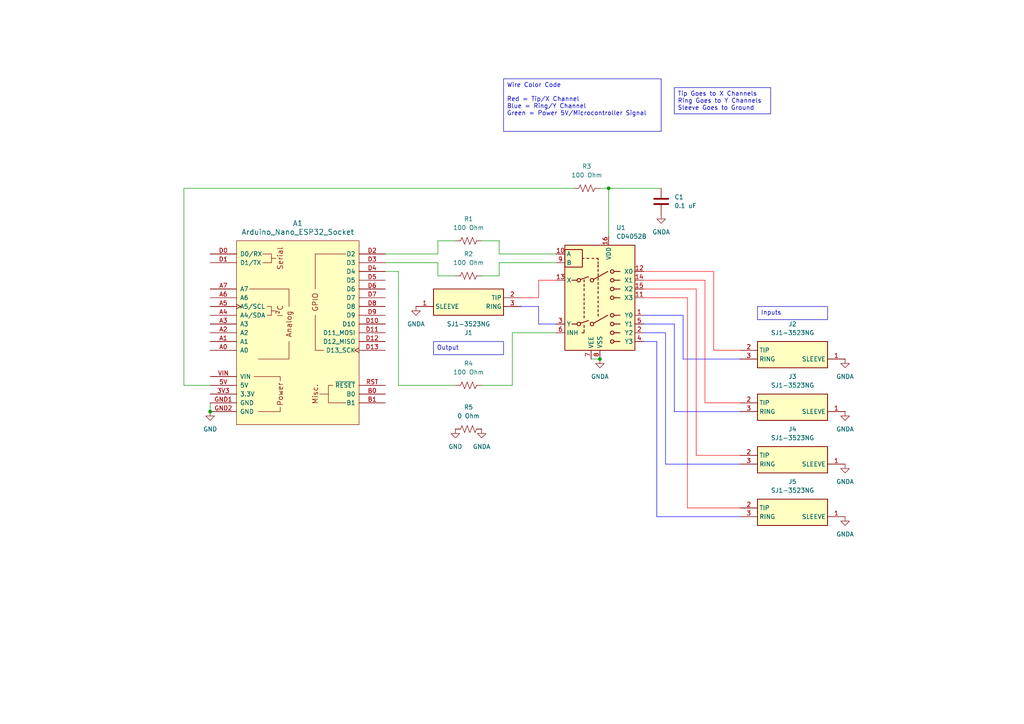
<source format=kicad_sch>
(kicad_sch
	(version 20231120)
	(generator "eeschema")
	(generator_version "8.0")
	(uuid "03f1fc6d-1ce7-415a-a14b-91eb89b09d25")
	(paper "A4")
	(title_block
		(title "Arduino_IOTAudioSwitch")
		(date "2025-01-02")
		(rev "1.0")
	)
	(lib_symbols
		(symbol "Analog_Switch:CD4052B"
			(exclude_from_sim no)
			(in_bom yes)
			(on_board yes)
			(property "Reference" "U"
				(at -10.16 16.51 0)
				(effects
					(font
						(size 1.27 1.27)
					)
					(justify left)
				)
			)
			(property "Value" "CD4052B"
				(at 3.81 16.51 0)
				(effects
					(font
						(size 1.27 1.27)
					)
					(justify left)
				)
			)
			(property "Footprint" ""
				(at 3.81 -19.05 0)
				(effects
					(font
						(size 1.27 1.27)
					)
					(justify left)
					(hide yes)
				)
			)
			(property "Datasheet" "http://www.ti.com/lit/ds/symlink/cd4052b.pdf"
				(at -0.508 5.08 0)
				(effects
					(font
						(size 1.27 1.27)
					)
					(hide yes)
				)
			)
			(property "Description" "CMOS double 4-channel analog multiplexer/demultiplexer, TSSOP-16/DIP-16/SOIC-16"
				(at 0 0 0)
				(effects
					(font
						(size 1.27 1.27)
					)
					(hide yes)
				)
			)
			(property "ki_keywords" "analog switch selector multiplexer"
				(at 0 0 0)
				(effects
					(font
						(size 1.27 1.27)
					)
					(hide yes)
				)
			)
			(property "ki_fp_filters" "TSSOP*4.4x5mm*P0.65mm* DIP*W7.62* SOIC*3.9x9.9mm*P1.27mm* SO*5.3x10.2mm*P1.27mm*"
				(at 0 0 0)
				(effects
					(font
						(size 1.27 1.27)
					)
					(hide yes)
				)
			)
			(symbol "CD4052B_0_1"
				(rectangle
					(start -10.16 8.89)
					(end -5.08 13.97)
					(stroke
						(width 0.254)
						(type default)
					)
					(fill
						(type none)
					)
				)
				(rectangle
					(start -10.16 15.24)
					(end 10.16 -15.24)
					(stroke
						(width 0.254)
						(type default)
					)
					(fill
						(type background)
					)
				)
				(circle
					(center -6.096 -7.62)
					(radius 0.508)
					(stroke
						(width 0.254)
						(type default)
					)
					(fill
						(type none)
					)
				)
				(circle
					(center -6.096 5.08)
					(radius 0.508)
					(stroke
						(width 0.254)
						(type default)
					)
					(fill
						(type none)
					)
				)
				(circle
					(center -2.286 -7.62)
					(radius 0.508)
					(stroke
						(width 0.254)
						(type default)
					)
					(fill
						(type none)
					)
				)
				(circle
					(center -2.286 5.08)
					(radius 0.508)
					(stroke
						(width 0.254)
						(type default)
					)
					(fill
						(type none)
					)
				)
				(polyline
					(pts
						(xy -8.128 -7.62) (xy -6.604 -7.62)
					)
					(stroke
						(width 0.254)
						(type default)
					)
					(fill
						(type none)
					)
				)
				(polyline
					(pts
						(xy -8.128 5.08) (xy -6.604 5.08)
					)
					(stroke
						(width 0.254)
						(type default)
					)
					(fill
						(type none)
					)
				)
				(polyline
					(pts
						(xy -5.588 -7.366) (xy -3.302 -6.604)
					)
					(stroke
						(width 0.254)
						(type default)
					)
					(fill
						(type none)
					)
				)
				(polyline
					(pts
						(xy -5.588 5.334) (xy -3.302 6.096)
					)
					(stroke
						(width 0.254)
						(type default)
					)
					(fill
						(type none)
					)
				)
				(polyline
					(pts
						(xy -4.572 -10.16) (xy -5.207 -10.16)
					)
					(stroke
						(width 0.254)
						(type default)
					)
					(fill
						(type none)
					)
				)
				(polyline
					(pts
						(xy -4.572 -9.906) (xy -4.572 -9.271)
					)
					(stroke
						(width 0.254)
						(type default)
					)
					(fill
						(type none)
					)
				)
				(polyline
					(pts
						(xy -4.572 -8.636) (xy -4.572 -8.001)
					)
					(stroke
						(width 0.254)
						(type default)
					)
					(fill
						(type none)
					)
				)
				(polyline
					(pts
						(xy -4.572 -5.842) (xy -4.572 -5.207)
					)
					(stroke
						(width 0.254)
						(type default)
					)
					(fill
						(type none)
					)
				)
				(polyline
					(pts
						(xy -4.572 -4.572) (xy -4.572 -3.937)
					)
					(stroke
						(width 0.254)
						(type default)
					)
					(fill
						(type none)
					)
				)
				(polyline
					(pts
						(xy -4.572 -3.302) (xy -4.572 -2.667)
					)
					(stroke
						(width 0.254)
						(type default)
					)
					(fill
						(type none)
					)
				)
				(polyline
					(pts
						(xy -4.572 -2.032) (xy -4.572 -1.397)
					)
					(stroke
						(width 0.254)
						(type default)
					)
					(fill
						(type none)
					)
				)
				(polyline
					(pts
						(xy -4.572 -0.762) (xy -4.572 -0.127)
					)
					(stroke
						(width 0.254)
						(type default)
					)
					(fill
						(type none)
					)
				)
				(polyline
					(pts
						(xy -4.572 0.508) (xy -4.572 1.143)
					)
					(stroke
						(width 0.254)
						(type default)
					)
					(fill
						(type none)
					)
				)
				(polyline
					(pts
						(xy -4.572 2.032) (xy -4.572 2.667)
					)
					(stroke
						(width 0.254)
						(type default)
					)
					(fill
						(type none)
					)
				)
				(polyline
					(pts
						(xy -4.572 3.302) (xy -4.572 3.937)
					)
					(stroke
						(width 0.254)
						(type default)
					)
					(fill
						(type none)
					)
				)
				(polyline
					(pts
						(xy -4.572 4.572) (xy -4.572 5.207)
					)
					(stroke
						(width 0.254)
						(type default)
					)
					(fill
						(type none)
					)
				)
				(polyline
					(pts
						(xy -4.572 11.43) (xy -5.08 11.43)
					)
					(stroke
						(width 0.254)
						(type default)
					)
					(fill
						(type none)
					)
				)
				(polyline
					(pts
						(xy -3.81 11.43) (xy -3.175 11.43)
					)
					(stroke
						(width 0.254)
						(type default)
					)
					(fill
						(type none)
					)
				)
				(polyline
					(pts
						(xy -1.778 -7.366) (xy 2.286 -5.08)
					)
					(stroke
						(width 0.254)
						(type default)
					)
					(fill
						(type none)
					)
				)
				(polyline
					(pts
						(xy -1.778 5.334) (xy 2.286 7.62)
					)
					(stroke
						(width 0.254)
						(type default)
					)
					(fill
						(type none)
					)
				)
				(polyline
					(pts
						(xy -1.778 11.43) (xy -2.286 11.43)
					)
					(stroke
						(width 0.254)
						(type default)
					)
					(fill
						(type none)
					)
				)
				(polyline
					(pts
						(xy -0.508 -5.334) (xy -0.508 -4.699)
					)
					(stroke
						(width 0.254)
						(type default)
					)
					(fill
						(type none)
					)
				)
				(polyline
					(pts
						(xy -0.508 -4.064) (xy -0.508 -3.429)
					)
					(stroke
						(width 0.254)
						(type default)
					)
					(fill
						(type none)
					)
				)
				(polyline
					(pts
						(xy -0.508 -2.794) (xy -0.508 -2.159)
					)
					(stroke
						(width 0.254)
						(type default)
					)
					(fill
						(type none)
					)
				)
				(polyline
					(pts
						(xy -0.508 -1.524) (xy -0.508 -0.889)
					)
					(stroke
						(width 0.254)
						(type default)
					)
					(fill
						(type none)
					)
				)
				(polyline
					(pts
						(xy -0.508 -0.254) (xy -0.508 0.381)
					)
					(stroke
						(width 0.254)
						(type default)
					)
					(fill
						(type none)
					)
				)
				(polyline
					(pts
						(xy -0.508 1.27) (xy -0.508 1.905)
					)
					(stroke
						(width 0.254)
						(type default)
					)
					(fill
						(type none)
					)
				)
				(polyline
					(pts
						(xy -0.508 2.54) (xy -0.508 3.175)
					)
					(stroke
						(width 0.254)
						(type default)
					)
					(fill
						(type none)
					)
				)
				(polyline
					(pts
						(xy -0.508 3.81) (xy -0.508 4.445)
					)
					(stroke
						(width 0.254)
						(type default)
					)
					(fill
						(type none)
					)
				)
				(polyline
					(pts
						(xy -0.508 5.08) (xy -0.508 5.715)
					)
					(stroke
						(width 0.254)
						(type default)
					)
					(fill
						(type none)
					)
				)
				(polyline
					(pts
						(xy -0.508 6.35) (xy -0.508 6.985)
					)
					(stroke
						(width 0.254)
						(type default)
					)
					(fill
						(type none)
					)
				)
				(polyline
					(pts
						(xy -0.508 7.62) (xy -0.508 8.255)
					)
					(stroke
						(width 0.254)
						(type default)
					)
					(fill
						(type none)
					)
				)
				(polyline
					(pts
						(xy -0.508 8.89) (xy -0.508 9.398)
					)
					(stroke
						(width 0.254)
						(type default)
					)
					(fill
						(type none)
					)
				)
				(polyline
					(pts
						(xy -0.508 8.89) (xy -0.508 9.525)
					)
					(stroke
						(width 0.254)
						(type default)
					)
					(fill
						(type none)
					)
				)
				(polyline
					(pts
						(xy -0.508 9.906) (xy -0.508 10.414)
					)
					(stroke
						(width 0.254)
						(type default)
					)
					(fill
						(type none)
					)
				)
				(polyline
					(pts
						(xy -0.508 10.922) (xy -0.508 11.43)
					)
					(stroke
						(width 0.254)
						(type default)
					)
					(fill
						(type none)
					)
				)
				(polyline
					(pts
						(xy -0.508 11.43) (xy -1.016 11.43)
					)
					(stroke
						(width 0.254)
						(type default)
					)
					(fill
						(type none)
					)
				)
				(polyline
					(pts
						(xy 4.064 -12.7) (xy 5.842 -12.7)
					)
					(stroke
						(width 0.254)
						(type default)
					)
					(fill
						(type none)
					)
				)
				(polyline
					(pts
						(xy 4.064 -10.16) (xy 5.842 -10.16)
					)
					(stroke
						(width 0.254)
						(type default)
					)
					(fill
						(type none)
					)
				)
				(polyline
					(pts
						(xy 4.064 -7.62) (xy 5.842 -7.62)
					)
					(stroke
						(width 0.254)
						(type default)
					)
					(fill
						(type none)
					)
				)
				(polyline
					(pts
						(xy 4.064 -5.08) (xy 5.842 -5.08)
					)
					(stroke
						(width 0.254)
						(type default)
					)
					(fill
						(type none)
					)
				)
				(polyline
					(pts
						(xy 4.064 0) (xy 5.842 0)
					)
					(stroke
						(width 0.254)
						(type default)
					)
					(fill
						(type none)
					)
				)
				(polyline
					(pts
						(xy 4.064 2.54) (xy 5.842 2.54)
					)
					(stroke
						(width 0.254)
						(type default)
					)
					(fill
						(type none)
					)
				)
				(polyline
					(pts
						(xy 4.064 5.08) (xy 5.842 5.08)
					)
					(stroke
						(width 0.254)
						(type default)
					)
					(fill
						(type none)
					)
				)
				(polyline
					(pts
						(xy 4.064 7.62) (xy 5.842 7.62)
					)
					(stroke
						(width 0.254)
						(type default)
					)
					(fill
						(type none)
					)
				)
				(circle
					(center 3.556 -12.7)
					(radius 0.508)
					(stroke
						(width 0.254)
						(type default)
					)
					(fill
						(type none)
					)
				)
				(circle
					(center 3.556 -10.16)
					(radius 0.508)
					(stroke
						(width 0.254)
						(type default)
					)
					(fill
						(type none)
					)
				)
				(circle
					(center 3.556 -7.62)
					(radius 0.508)
					(stroke
						(width 0.254)
						(type default)
					)
					(fill
						(type none)
					)
				)
				(circle
					(center 3.556 -5.08)
					(radius 0.508)
					(stroke
						(width 0.254)
						(type default)
					)
					(fill
						(type none)
					)
				)
				(circle
					(center 3.556 0)
					(radius 0.508)
					(stroke
						(width 0.254)
						(type default)
					)
					(fill
						(type none)
					)
				)
				(circle
					(center 3.556 2.54)
					(radius 0.508)
					(stroke
						(width 0.254)
						(type default)
					)
					(fill
						(type none)
					)
				)
				(circle
					(center 3.556 5.08)
					(radius 0.508)
					(stroke
						(width 0.254)
						(type default)
					)
					(fill
						(type none)
					)
				)
				(circle
					(center 3.556 7.62)
					(radius 0.508)
					(stroke
						(width 0.254)
						(type default)
					)
					(fill
						(type none)
					)
				)
			)
			(symbol "CD4052B_1_1"
				(pin bidirectional line
					(at 12.7 -5.08 180)
					(length 2.54)
					(name "Y0"
						(effects
							(font
								(size 1.27 1.27)
							)
						)
					)
					(number "1"
						(effects
							(font
								(size 1.27 1.27)
							)
						)
					)
				)
				(pin input line
					(at -12.7 12.7 0)
					(length 2.54)
					(name "A"
						(effects
							(font
								(size 1.27 1.27)
							)
						)
					)
					(number "10"
						(effects
							(font
								(size 1.27 1.27)
							)
						)
					)
				)
				(pin bidirectional line
					(at 12.7 0 180)
					(length 2.54)
					(name "X3"
						(effects
							(font
								(size 1.27 1.27)
							)
						)
					)
					(number "11"
						(effects
							(font
								(size 1.27 1.27)
							)
						)
					)
				)
				(pin bidirectional line
					(at 12.7 7.62 180)
					(length 2.54)
					(name "X0"
						(effects
							(font
								(size 1.27 1.27)
							)
						)
					)
					(number "12"
						(effects
							(font
								(size 1.27 1.27)
							)
						)
					)
				)
				(pin bidirectional line
					(at -12.7 5.08 0)
					(length 2.54)
					(name "X"
						(effects
							(font
								(size 1.27 1.27)
							)
						)
					)
					(number "13"
						(effects
							(font
								(size 1.27 1.27)
							)
						)
					)
				)
				(pin bidirectional line
					(at 12.7 5.08 180)
					(length 2.54)
					(name "X1"
						(effects
							(font
								(size 1.27 1.27)
							)
						)
					)
					(number "14"
						(effects
							(font
								(size 1.27 1.27)
							)
						)
					)
				)
				(pin bidirectional line
					(at 12.7 2.54 180)
					(length 2.54)
					(name "X2"
						(effects
							(font
								(size 1.27 1.27)
							)
						)
					)
					(number "15"
						(effects
							(font
								(size 1.27 1.27)
							)
						)
					)
				)
				(pin power_in line
					(at 2.54 17.78 270)
					(length 2.54)
					(name "VDD"
						(effects
							(font
								(size 1.27 1.27)
							)
						)
					)
					(number "16"
						(effects
							(font
								(size 1.27 1.27)
							)
						)
					)
				)
				(pin bidirectional line
					(at 12.7 -10.16 180)
					(length 2.54)
					(name "Y2"
						(effects
							(font
								(size 1.27 1.27)
							)
						)
					)
					(number "2"
						(effects
							(font
								(size 1.27 1.27)
							)
						)
					)
				)
				(pin bidirectional line
					(at -12.7 -7.62 0)
					(length 2.54)
					(name "Y"
						(effects
							(font
								(size 1.27 1.27)
							)
						)
					)
					(number "3"
						(effects
							(font
								(size 1.27 1.27)
							)
						)
					)
				)
				(pin bidirectional line
					(at 12.7 -12.7 180)
					(length 2.54)
					(name "Y3"
						(effects
							(font
								(size 1.27 1.27)
							)
						)
					)
					(number "4"
						(effects
							(font
								(size 1.27 1.27)
							)
						)
					)
				)
				(pin bidirectional line
					(at 12.7 -7.62 180)
					(length 2.54)
					(name "Y1"
						(effects
							(font
								(size 1.27 1.27)
							)
						)
					)
					(number "5"
						(effects
							(font
								(size 1.27 1.27)
							)
						)
					)
				)
				(pin input line
					(at -12.7 -10.16 0)
					(length 2.54)
					(name "INH"
						(effects
							(font
								(size 1.27 1.27)
							)
						)
					)
					(number "6"
						(effects
							(font
								(size 1.27 1.27)
							)
						)
					)
				)
				(pin power_in line
					(at -2.54 -17.78 90)
					(length 2.54)
					(name "VEE"
						(effects
							(font
								(size 1.27 1.27)
							)
						)
					)
					(number "7"
						(effects
							(font
								(size 1.27 1.27)
							)
						)
					)
				)
				(pin power_in line
					(at 0 -17.78 90)
					(length 2.54)
					(name "VSS"
						(effects
							(font
								(size 1.27 1.27)
							)
						)
					)
					(number "8"
						(effects
							(font
								(size 1.27 1.27)
							)
						)
					)
				)
				(pin input line
					(at -12.7 10.16 0)
					(length 2.54)
					(name "B"
						(effects
							(font
								(size 1.27 1.27)
							)
						)
					)
					(number "9"
						(effects
							(font
								(size 1.27 1.27)
							)
						)
					)
				)
			)
		)
		(symbol "Device:C"
			(pin_numbers hide)
			(pin_names
				(offset 0.254)
			)
			(exclude_from_sim no)
			(in_bom yes)
			(on_board yes)
			(property "Reference" "C"
				(at 0.635 2.54 0)
				(effects
					(font
						(size 1.27 1.27)
					)
					(justify left)
				)
			)
			(property "Value" "C"
				(at 0.635 -2.54 0)
				(effects
					(font
						(size 1.27 1.27)
					)
					(justify left)
				)
			)
			(property "Footprint" ""
				(at 0.9652 -3.81 0)
				(effects
					(font
						(size 1.27 1.27)
					)
					(hide yes)
				)
			)
			(property "Datasheet" "~"
				(at 0 0 0)
				(effects
					(font
						(size 1.27 1.27)
					)
					(hide yes)
				)
			)
			(property "Description" "Unpolarized capacitor"
				(at 0 0 0)
				(effects
					(font
						(size 1.27 1.27)
					)
					(hide yes)
				)
			)
			(property "ki_keywords" "cap capacitor"
				(at 0 0 0)
				(effects
					(font
						(size 1.27 1.27)
					)
					(hide yes)
				)
			)
			(property "ki_fp_filters" "C_*"
				(at 0 0 0)
				(effects
					(font
						(size 1.27 1.27)
					)
					(hide yes)
				)
			)
			(symbol "C_0_1"
				(polyline
					(pts
						(xy -2.032 -0.762) (xy 2.032 -0.762)
					)
					(stroke
						(width 0.508)
						(type default)
					)
					(fill
						(type none)
					)
				)
				(polyline
					(pts
						(xy -2.032 0.762) (xy 2.032 0.762)
					)
					(stroke
						(width 0.508)
						(type default)
					)
					(fill
						(type none)
					)
				)
			)
			(symbol "C_1_1"
				(pin passive line
					(at 0 3.81 270)
					(length 2.794)
					(name "~"
						(effects
							(font
								(size 1.27 1.27)
							)
						)
					)
					(number "1"
						(effects
							(font
								(size 1.27 1.27)
							)
						)
					)
				)
				(pin passive line
					(at 0 -3.81 90)
					(length 2.794)
					(name "~"
						(effects
							(font
								(size 1.27 1.27)
							)
						)
					)
					(number "2"
						(effects
							(font
								(size 1.27 1.27)
							)
						)
					)
				)
			)
		)
		(symbol "Device:R_US"
			(pin_numbers hide)
			(pin_names
				(offset 0)
			)
			(exclude_from_sim no)
			(in_bom yes)
			(on_board yes)
			(property "Reference" "R"
				(at 2.54 0 90)
				(effects
					(font
						(size 1.27 1.27)
					)
				)
			)
			(property "Value" "R_US"
				(at -2.54 0 90)
				(effects
					(font
						(size 1.27 1.27)
					)
				)
			)
			(property "Footprint" ""
				(at 1.016 -0.254 90)
				(effects
					(font
						(size 1.27 1.27)
					)
					(hide yes)
				)
			)
			(property "Datasheet" "~"
				(at 0 0 0)
				(effects
					(font
						(size 1.27 1.27)
					)
					(hide yes)
				)
			)
			(property "Description" "Resistor, US symbol"
				(at 0 0 0)
				(effects
					(font
						(size 1.27 1.27)
					)
					(hide yes)
				)
			)
			(property "ki_keywords" "R res resistor"
				(at 0 0 0)
				(effects
					(font
						(size 1.27 1.27)
					)
					(hide yes)
				)
			)
			(property "ki_fp_filters" "R_*"
				(at 0 0 0)
				(effects
					(font
						(size 1.27 1.27)
					)
					(hide yes)
				)
			)
			(symbol "R_US_0_1"
				(polyline
					(pts
						(xy 0 -2.286) (xy 0 -2.54)
					)
					(stroke
						(width 0)
						(type default)
					)
					(fill
						(type none)
					)
				)
				(polyline
					(pts
						(xy 0 2.286) (xy 0 2.54)
					)
					(stroke
						(width 0)
						(type default)
					)
					(fill
						(type none)
					)
				)
				(polyline
					(pts
						(xy 0 -0.762) (xy 1.016 -1.143) (xy 0 -1.524) (xy -1.016 -1.905) (xy 0 -2.286)
					)
					(stroke
						(width 0)
						(type default)
					)
					(fill
						(type none)
					)
				)
				(polyline
					(pts
						(xy 0 0.762) (xy 1.016 0.381) (xy 0 0) (xy -1.016 -0.381) (xy 0 -0.762)
					)
					(stroke
						(width 0)
						(type default)
					)
					(fill
						(type none)
					)
				)
				(polyline
					(pts
						(xy 0 2.286) (xy 1.016 1.905) (xy 0 1.524) (xy -1.016 1.143) (xy 0 0.762)
					)
					(stroke
						(width 0)
						(type default)
					)
					(fill
						(type none)
					)
				)
			)
			(symbol "R_US_1_1"
				(pin passive line
					(at 0 3.81 270)
					(length 1.27)
					(name "~"
						(effects
							(font
								(size 1.27 1.27)
							)
						)
					)
					(number "1"
						(effects
							(font
								(size 1.27 1.27)
							)
						)
					)
				)
				(pin passive line
					(at 0 -3.81 90)
					(length 1.27)
					(name "~"
						(effects
							(font
								(size 1.27 1.27)
							)
						)
					)
					(number "2"
						(effects
							(font
								(size 1.27 1.27)
							)
						)
					)
				)
			)
		)
		(symbol "PCM_arduino-library:Arduino_Nano_ESP32_Socket"
			(pin_names
				(offset 1.016)
			)
			(exclude_from_sim no)
			(in_bom yes)
			(on_board yes)
			(property "Reference" "A"
				(at 0 33.02 0)
				(effects
					(font
						(size 1.524 1.524)
					)
				)
			)
			(property "Value" "Arduino_Nano_ESP32_Socket"
				(at 0 29.21 0)
				(effects
					(font
						(size 1.524 1.524)
					)
				)
			)
			(property "Footprint" "PCM_arduino-library:Arduino_Nano_ESP32_Socket"
				(at 0 -34.29 0)
				(effects
					(font
						(size 1.524 1.524)
					)
					(hide yes)
				)
			)
			(property "Datasheet" "https://docs.arduino.cc/hardware/nano-esp32"
				(at 0 -30.48 0)
				(effects
					(font
						(size 1.524 1.524)
					)
					(hide yes)
				)
			)
			(property "Description" "Socket for Arduino Nano ESP32"
				(at 0 0 0)
				(effects
					(font
						(size 1.27 1.27)
					)
					(hide yes)
				)
			)
			(property "ki_keywords" "Arduino MPU Shield"
				(at 0 0 0)
				(effects
					(font
						(size 1.27 1.27)
					)
					(hide yes)
				)
			)
			(property "ki_fp_filters" "Arduino_Nano_ESP32_Socket"
				(at 0 0 0)
				(effects
					(font
						(size 1.27 1.27)
					)
					(hide yes)
				)
			)
			(symbol "Arduino_Nano_ESP32_Socket_0_0"
				(rectangle
					(start -17.78 26.67)
					(end 17.78 -26.67)
					(stroke
						(width 0)
						(type default)
					)
					(fill
						(type background)
					)
				)
				(polyline
					(pts
						(xy -7.62 6.35) (xy -6.35 6.35)
					)
					(stroke
						(width 0)
						(type default)
					)
					(fill
						(type none)
					)
				)
				(polyline
					(pts
						(xy -7.62 21.59) (xy -6.35 21.59)
					)
					(stroke
						(width 0)
						(type default)
					)
					(fill
						(type none)
					)
				)
				(polyline
					(pts
						(xy 8.89 -17.78) (xy 6.35 -17.78)
					)
					(stroke
						(width 0)
						(type default)
					)
					(fill
						(type none)
					)
				)
				(polyline
					(pts
						(xy -11.43 -22.86) (xy -5.08 -22.86) (xy -5.08 -21.59)
					)
					(stroke
						(width 0)
						(type default)
					)
					(fill
						(type none)
					)
				)
				(polyline
					(pts
						(xy -5.08 -13.97) (xy -5.08 -12.7) (xy -12.7 -12.7)
					)
					(stroke
						(width 0)
						(type default)
					)
					(fill
						(type none)
					)
				)
				(polyline
					(pts
						(xy -10.16 22.86) (xy -7.62 22.86) (xy -7.62 20.32) (xy -10.16 20.32)
					)
					(stroke
						(width 0)
						(type default)
					)
					(fill
						(type none)
					)
				)
				(polyline
					(pts
						(xy -8.89 7.62) (xy -7.62 7.62) (xy -7.62 5.08) (xy -8.89 5.08)
					)
					(stroke
						(width 0)
						(type default)
					)
					(fill
						(type none)
					)
				)
				(text "Analog"
					(at -2.54 2.54 900)
					(effects
						(font
							(size 1.524 1.524)
						)
					)
				)
				(text "I²C"
					(at -5.08 6.35 900)
					(effects
						(font
							(size 1.524 1.524)
						)
					)
				)
				(text "Misc."
					(at 5.08 -17.78 900)
					(effects
						(font
							(size 1.524 1.524)
						)
					)
				)
				(text "Power"
					(at -5.08 -17.78 900)
					(effects
						(font
							(size 1.524 1.524)
						)
					)
				)
				(text "Serial"
					(at -5.08 21.59 900)
					(effects
						(font
							(size 1.524 1.524)
						)
					)
				)
			)
			(symbol "Arduino_Nano_ESP32_Socket_0_1"
				(polyline
					(pts
						(xy -13.97 12.7) (xy -2.54 12.7) (xy -2.54 7.62)
					)
					(stroke
						(width 0)
						(type default)
					)
					(fill
						(type none)
					)
				)
				(polyline
					(pts
						(xy -11.43 -7.62) (xy -2.54 -7.62) (xy -2.54 -2.54)
					)
					(stroke
						(width 0)
						(type default)
					)
					(fill
						(type none)
					)
				)
				(polyline
					(pts
						(xy 7.62 -5.08) (xy 5.08 -5.08) (xy 5.08 5.08)
					)
					(stroke
						(width 0)
						(type default)
					)
					(fill
						(type none)
					)
				)
				(polyline
					(pts
						(xy 13.97 22.86) (xy 5.08 22.86) (xy 5.08 12.7)
					)
					(stroke
						(width 0)
						(type default)
					)
					(fill
						(type none)
					)
				)
				(polyline
					(pts
						(xy 10.16 -15.24) (xy 8.89 -15.24) (xy 8.89 -20.32) (xy 13.97 -20.32)
					)
					(stroke
						(width 0)
						(type default)
					)
					(fill
						(type none)
					)
				)
			)
			(symbol "Arduino_Nano_ESP32_Socket_1_0"
				(text "GPIO"
					(at 5.08 8.89 900)
					(effects
						(font
							(size 1.524 1.524)
						)
					)
				)
			)
			(symbol "Arduino_Nano_ESP32_Socket_1_1"
				(pin power_out line
					(at -25.4 -17.78 0)
					(length 7.62)
					(name "3.3V"
						(effects
							(font
								(size 1.27 1.27)
							)
						)
					)
					(number "3V3"
						(effects
							(font
								(size 1.27 1.27)
							)
						)
					)
				)
				(pin power_in line
					(at -25.4 -15.24 0)
					(length 7.62)
					(name "5V"
						(effects
							(font
								(size 1.27 1.27)
							)
						)
					)
					(number "5V"
						(effects
							(font
								(size 1.27 1.27)
							)
						)
					)
				)
				(pin bidirectional line
					(at -25.4 -5.08 0)
					(length 7.62)
					(name "A0"
						(effects
							(font
								(size 1.27 1.27)
							)
						)
					)
					(number "A0"
						(effects
							(font
								(size 1.27 1.27)
							)
						)
					)
				)
				(pin bidirectional line
					(at -25.4 -2.54 0)
					(length 7.62)
					(name "A1"
						(effects
							(font
								(size 1.27 1.27)
							)
						)
					)
					(number "A1"
						(effects
							(font
								(size 1.27 1.27)
							)
						)
					)
				)
				(pin bidirectional line
					(at -25.4 0 0)
					(length 7.62)
					(name "A2"
						(effects
							(font
								(size 1.27 1.27)
							)
						)
					)
					(number "A2"
						(effects
							(font
								(size 1.27 1.27)
							)
						)
					)
				)
				(pin bidirectional line
					(at -25.4 2.54 0)
					(length 7.62)
					(name "A3"
						(effects
							(font
								(size 1.27 1.27)
							)
						)
					)
					(number "A3"
						(effects
							(font
								(size 1.27 1.27)
							)
						)
					)
				)
				(pin bidirectional line
					(at -25.4 5.08 0)
					(length 7.62)
					(name "A4/SDA"
						(effects
							(font
								(size 1.27 1.27)
							)
						)
					)
					(number "A4"
						(effects
							(font
								(size 1.27 1.27)
							)
						)
					)
				)
				(pin bidirectional clock
					(at -25.4 7.62 0)
					(length 7.62)
					(name "A5/SCL"
						(effects
							(font
								(size 1.27 1.27)
							)
						)
					)
					(number "A5"
						(effects
							(font
								(size 1.27 1.27)
							)
						)
					)
				)
				(pin input line
					(at -25.4 10.16 0)
					(length 7.62)
					(name "A6"
						(effects
							(font
								(size 1.27 1.27)
							)
						)
					)
					(number "A6"
						(effects
							(font
								(size 1.27 1.27)
							)
						)
					)
				)
				(pin input line
					(at -25.4 12.7 0)
					(length 7.62)
					(name "A7"
						(effects
							(font
								(size 1.27 1.27)
							)
						)
					)
					(number "A7"
						(effects
							(font
								(size 1.27 1.27)
							)
						)
					)
				)
				(pin bidirectional line
					(at 25.4 -17.78 180)
					(length 7.62)
					(name "B0"
						(effects
							(font
								(size 1.27 1.27)
							)
						)
					)
					(number "B0"
						(effects
							(font
								(size 1.27 1.27)
							)
						)
					)
				)
				(pin bidirectional line
					(at 25.4 -20.32 180)
					(length 7.62)
					(name "B1"
						(effects
							(font
								(size 1.27 1.27)
							)
						)
					)
					(number "B1"
						(effects
							(font
								(size 1.27 1.27)
							)
						)
					)
				)
				(pin bidirectional line
					(at -25.4 22.86 0)
					(length 7.62)
					(name "D0/RX"
						(effects
							(font
								(size 1.27 1.27)
							)
						)
					)
					(number "D0"
						(effects
							(font
								(size 1.27 1.27)
							)
						)
					)
				)
				(pin bidirectional line
					(at -25.4 20.32 0)
					(length 7.62)
					(name "D1/TX"
						(effects
							(font
								(size 1.27 1.27)
							)
						)
					)
					(number "D1"
						(effects
							(font
								(size 1.27 1.27)
							)
						)
					)
				)
				(pin bidirectional line
					(at 25.4 2.54 180)
					(length 7.62)
					(name "D10"
						(effects
							(font
								(size 1.27 1.27)
							)
						)
					)
					(number "D10"
						(effects
							(font
								(size 1.27 1.27)
							)
						)
					)
				)
				(pin bidirectional line
					(at 25.4 0 180)
					(length 7.62)
					(name "D11_MOSI"
						(effects
							(font
								(size 1.27 1.27)
							)
						)
					)
					(number "D11"
						(effects
							(font
								(size 1.27 1.27)
							)
						)
					)
				)
				(pin bidirectional line
					(at 25.4 -2.54 180)
					(length 7.62)
					(name "D12_MISO"
						(effects
							(font
								(size 1.27 1.27)
							)
						)
					)
					(number "D12"
						(effects
							(font
								(size 1.27 1.27)
							)
						)
					)
				)
				(pin bidirectional clock
					(at 25.4 -5.08 180)
					(length 7.62)
					(name "D13_SCK"
						(effects
							(font
								(size 1.27 1.27)
							)
						)
					)
					(number "D13"
						(effects
							(font
								(size 1.27 1.27)
							)
						)
					)
				)
				(pin bidirectional line
					(at 25.4 22.86 180)
					(length 7.62)
					(name "D2"
						(effects
							(font
								(size 1.27 1.27)
							)
						)
					)
					(number "D2"
						(effects
							(font
								(size 1.27 1.27)
							)
						)
					)
				)
				(pin bidirectional line
					(at 25.4 20.32 180)
					(length 7.62)
					(name "D3"
						(effects
							(font
								(size 1.27 1.27)
							)
						)
					)
					(number "D3"
						(effects
							(font
								(size 1.27 1.27)
							)
						)
					)
				)
				(pin bidirectional line
					(at 25.4 17.78 180)
					(length 7.62)
					(name "D4"
						(effects
							(font
								(size 1.27 1.27)
							)
						)
					)
					(number "D4"
						(effects
							(font
								(size 1.27 1.27)
							)
						)
					)
				)
				(pin bidirectional line
					(at 25.4 15.24 180)
					(length 7.62)
					(name "D5"
						(effects
							(font
								(size 1.27 1.27)
							)
						)
					)
					(number "D5"
						(effects
							(font
								(size 1.27 1.27)
							)
						)
					)
				)
				(pin bidirectional line
					(at 25.4 12.7 180)
					(length 7.62)
					(name "D6"
						(effects
							(font
								(size 1.27 1.27)
							)
						)
					)
					(number "D6"
						(effects
							(font
								(size 1.27 1.27)
							)
						)
					)
				)
				(pin bidirectional line
					(at 25.4 10.16 180)
					(length 7.62)
					(name "D7"
						(effects
							(font
								(size 1.27 1.27)
							)
						)
					)
					(number "D7"
						(effects
							(font
								(size 1.27 1.27)
							)
						)
					)
				)
				(pin bidirectional line
					(at 25.4 7.62 180)
					(length 7.62)
					(name "D8"
						(effects
							(font
								(size 1.27 1.27)
							)
						)
					)
					(number "D8"
						(effects
							(font
								(size 1.27 1.27)
							)
						)
					)
				)
				(pin bidirectional line
					(at 25.4 5.08 180)
					(length 7.62)
					(name "D9"
						(effects
							(font
								(size 1.27 1.27)
							)
						)
					)
					(number "D9"
						(effects
							(font
								(size 1.27 1.27)
							)
						)
					)
				)
				(pin power_in line
					(at -25.4 -20.32 0)
					(length 7.62)
					(name "GND"
						(effects
							(font
								(size 1.27 1.27)
							)
						)
					)
					(number "GND1"
						(effects
							(font
								(size 1.27 1.27)
							)
						)
					)
				)
				(pin power_in line
					(at -25.4 -22.86 0)
					(length 7.62)
					(name "GND"
						(effects
							(font
								(size 1.27 1.27)
							)
						)
					)
					(number "GND2"
						(effects
							(font
								(size 1.27 1.27)
							)
						)
					)
				)
				(pin open_collector line
					(at 25.4 -15.24 180)
					(length 7.62)
					(name "~{RESET}"
						(effects
							(font
								(size 1.27 1.27)
							)
						)
					)
					(number "RST"
						(effects
							(font
								(size 1.27 1.27)
							)
						)
					)
				)
				(pin power_in line
					(at -25.4 -12.7 0)
					(length 7.62)
					(name "VIN"
						(effects
							(font
								(size 1.27 1.27)
							)
						)
					)
					(number "VIN"
						(effects
							(font
								(size 1.27 1.27)
							)
						)
					)
				)
			)
		)
		(symbol "Thick 3.5 Jack:SJ1-3523NG"
			(exclude_from_sim no)
			(in_bom yes)
			(on_board yes)
			(property "Reference" "J"
				(at 26.67 7.62 0)
				(effects
					(font
						(size 1.27 1.27)
					)
					(justify left top)
				)
			)
			(property "Value" "SJ1-3523NG"
				(at 26.67 5.08 0)
				(effects
					(font
						(size 1.27 1.27)
					)
					(justify left top)
				)
			)
			(property "Footprint" "SJ13523NG"
				(at 26.67 -94.92 0)
				(effects
					(font
						(size 1.27 1.27)
					)
					(justify left top)
					(hide yes)
				)
			)
			(property "Datasheet" "https://www.arrow.com/en/products/sj1-3523ng/cui-devices"
				(at 26.67 -194.92 0)
				(effects
					(font
						(size 1.27 1.27)
					)
					(justify left top)
					(hide yes)
				)
			)
			(property "Description" "Phone Connectors Audio Jacks 3.5 MM AUDIO JACK"
				(at 0 0 0)
				(effects
					(font
						(size 1.27 1.27)
					)
					(hide yes)
				)
			)
			(property "Height" "5.6"
				(at 26.67 -394.92 0)
				(effects
					(font
						(size 1.27 1.27)
					)
					(justify left top)
					(hide yes)
				)
			)
			(property "Mouser Part Number" "490-SJ1-3523NG"
				(at 26.67 -494.92 0)
				(effects
					(font
						(size 1.27 1.27)
					)
					(justify left top)
					(hide yes)
				)
			)
			(property "Mouser Price/Stock" "https://www.mouser.co.uk/ProductDetail/CUI-Devices/SJ1-3523NG?qs=WyjlAZoYn50Li0c1bXCgGA%3D%3D"
				(at 26.67 -594.92 0)
				(effects
					(font
						(size 1.27 1.27)
					)
					(justify left top)
					(hide yes)
				)
			)
			(property "Manufacturer_Name" "CUI Devices"
				(at 26.67 -694.92 0)
				(effects
					(font
						(size 1.27 1.27)
					)
					(justify left top)
					(hide yes)
				)
			)
			(property "Manufacturer_Part_Number" "SJ1-3523NG"
				(at 26.67 -794.92 0)
				(effects
					(font
						(size 1.27 1.27)
					)
					(justify left top)
					(hide yes)
				)
			)
			(symbol "SJ1-3523NG_1_1"
				(rectangle
					(start 5.08 2.54)
					(end 25.4 -5.08)
					(stroke
						(width 0.254)
						(type default)
					)
					(fill
						(type background)
					)
				)
				(pin passive line
					(at 0 0 0)
					(length 5.08)
					(name "SLEEVE"
						(effects
							(font
								(size 1.27 1.27)
							)
						)
					)
					(number "1"
						(effects
							(font
								(size 1.27 1.27)
							)
						)
					)
				)
				(pin passive line
					(at 30.48 -2.54 180)
					(length 5.08)
					(name "TIP"
						(effects
							(font
								(size 1.27 1.27)
							)
						)
					)
					(number "2"
						(effects
							(font
								(size 1.27 1.27)
							)
						)
					)
				)
				(pin passive line
					(at 30.48 0 180)
					(length 5.08)
					(name "RING"
						(effects
							(font
								(size 1.27 1.27)
							)
						)
					)
					(number "3"
						(effects
							(font
								(size 1.27 1.27)
							)
						)
					)
				)
			)
		)
		(symbol "power:GND"
			(power)
			(pin_numbers hide)
			(pin_names
				(offset 0) hide)
			(exclude_from_sim no)
			(in_bom yes)
			(on_board yes)
			(property "Reference" "#PWR"
				(at 0 -6.35 0)
				(effects
					(font
						(size 1.27 1.27)
					)
					(hide yes)
				)
			)
			(property "Value" "GND"
				(at 0 -3.81 0)
				(effects
					(font
						(size 1.27 1.27)
					)
				)
			)
			(property "Footprint" ""
				(at 0 0 0)
				(effects
					(font
						(size 1.27 1.27)
					)
					(hide yes)
				)
			)
			(property "Datasheet" ""
				(at 0 0 0)
				(effects
					(font
						(size 1.27 1.27)
					)
					(hide yes)
				)
			)
			(property "Description" "Power symbol creates a global label with name \"GND\" , ground"
				(at 0 0 0)
				(effects
					(font
						(size 1.27 1.27)
					)
					(hide yes)
				)
			)
			(property "ki_keywords" "global power"
				(at 0 0 0)
				(effects
					(font
						(size 1.27 1.27)
					)
					(hide yes)
				)
			)
			(symbol "GND_0_1"
				(polyline
					(pts
						(xy 0 0) (xy 0 -1.27) (xy 1.27 -1.27) (xy 0 -2.54) (xy -1.27 -1.27) (xy 0 -1.27)
					)
					(stroke
						(width 0)
						(type default)
					)
					(fill
						(type none)
					)
				)
			)
			(symbol "GND_1_1"
				(pin power_in line
					(at 0 0 270)
					(length 0)
					(name "~"
						(effects
							(font
								(size 1.27 1.27)
							)
						)
					)
					(number "1"
						(effects
							(font
								(size 1.27 1.27)
							)
						)
					)
				)
			)
		)
		(symbol "power:GNDA"
			(power)
			(pin_numbers hide)
			(pin_names
				(offset 0) hide)
			(exclude_from_sim no)
			(in_bom yes)
			(on_board yes)
			(property "Reference" "#PWR"
				(at 0 -6.35 0)
				(effects
					(font
						(size 1.27 1.27)
					)
					(hide yes)
				)
			)
			(property "Value" "GNDA"
				(at 0 -3.81 0)
				(effects
					(font
						(size 1.27 1.27)
					)
				)
			)
			(property "Footprint" ""
				(at 0 0 0)
				(effects
					(font
						(size 1.27 1.27)
					)
					(hide yes)
				)
			)
			(property "Datasheet" ""
				(at 0 0 0)
				(effects
					(font
						(size 1.27 1.27)
					)
					(hide yes)
				)
			)
			(property "Description" "Power symbol creates a global label with name \"GNDA\" , analog ground"
				(at 0 0 0)
				(effects
					(font
						(size 1.27 1.27)
					)
					(hide yes)
				)
			)
			(property "ki_keywords" "global power"
				(at 0 0 0)
				(effects
					(font
						(size 1.27 1.27)
					)
					(hide yes)
				)
			)
			(symbol "GNDA_0_1"
				(polyline
					(pts
						(xy 0 0) (xy 0 -1.27) (xy 1.27 -1.27) (xy 0 -2.54) (xy -1.27 -1.27) (xy 0 -1.27)
					)
					(stroke
						(width 0)
						(type default)
					)
					(fill
						(type none)
					)
				)
			)
			(symbol "GNDA_1_1"
				(pin power_in line
					(at 0 0 270)
					(length 0)
					(name "~"
						(effects
							(font
								(size 1.27 1.27)
							)
						)
					)
					(number "1"
						(effects
							(font
								(size 1.27 1.27)
							)
						)
					)
				)
			)
		)
	)
	(junction
		(at 60.96 119.38)
		(diameter 0)
		(color 0 0 0 0)
		(uuid "4a620732-b133-4989-a70c-260abb7ba126")
	)
	(junction
		(at 176.53 54.61)
		(diameter 0)
		(color 0 0 0 0)
		(uuid "c77c9fdb-ab0b-4d2b-9662-30e20f02fc9d")
	)
	(junction
		(at 173.99 104.14)
		(diameter 0)
		(color 0 0 0 0)
		(uuid "ee7d8c95-c037-4d90-bd4d-14c37373e123")
	)
	(wire
		(pts
			(xy 186.69 86.36) (xy 199.39 86.36)
		)
		(stroke
			(width 0)
			(type default)
			(color 255 0 0 1)
		)
		(uuid "00ff10de-41aa-4fd8-bc80-2083152fcd97")
	)
	(wire
		(pts
			(xy 176.53 54.61) (xy 176.53 68.58)
		)
		(stroke
			(width 0)
			(type default)
		)
		(uuid "08e10f60-9c75-44e0-a126-2ee40955d44c")
	)
	(wire
		(pts
			(xy 148.59 96.52) (xy 148.59 111.76)
		)
		(stroke
			(width 0)
			(type default)
		)
		(uuid "0bcb2897-49be-4dac-83d4-519f8821a5ec")
	)
	(wire
		(pts
			(xy 207.01 78.74) (xy 207.01 101.6)
		)
		(stroke
			(width 0)
			(type default)
			(color 255 0 0 1)
		)
		(uuid "0e77307b-60a8-4ec1-93ab-feacf4372b77")
	)
	(wire
		(pts
			(xy 198.12 104.14) (xy 214.63 104.14)
		)
		(stroke
			(width 0)
			(type default)
			(color 0 0 255 1)
		)
		(uuid "14315bba-2234-407a-99e8-8e98ae836356")
	)
	(wire
		(pts
			(xy 144.78 73.66) (xy 161.29 73.66)
		)
		(stroke
			(width 0)
			(type default)
		)
		(uuid "148064c7-bd2c-4987-a716-5935e6e83122")
	)
	(wire
		(pts
			(xy 151.13 86.36) (xy 156.21 86.36)
		)
		(stroke
			(width 0)
			(type default)
			(color 255 0 0 1)
		)
		(uuid "1505dce9-df82-4901-8ff3-0b8051ee4904")
	)
	(wire
		(pts
			(xy 115.57 111.76) (xy 132.08 111.76)
		)
		(stroke
			(width 0)
			(type default)
		)
		(uuid "1b85eecb-7ccc-405c-ba8a-d8c2373aca3b")
	)
	(wire
		(pts
			(xy 171.45 104.14) (xy 173.99 104.14)
		)
		(stroke
			(width 0)
			(type default)
		)
		(uuid "31781e07-e5ab-4545-a0af-f1d5d17f3c92")
	)
	(wire
		(pts
			(xy 190.5 99.06) (xy 190.5 149.86)
		)
		(stroke
			(width 0)
			(type default)
			(color 0 0 255 1)
		)
		(uuid "337ef7ca-91b0-46d7-a20c-c1fd40802258")
	)
	(wire
		(pts
			(xy 207.01 101.6) (xy 214.63 101.6)
		)
		(stroke
			(width 0)
			(type default)
			(color 255 0 0 1)
		)
		(uuid "33bc4cc2-a8cb-43c2-8ac2-aaa087479fce")
	)
	(wire
		(pts
			(xy 115.57 78.74) (xy 115.57 111.76)
		)
		(stroke
			(width 0)
			(type default)
		)
		(uuid "34572709-b2bf-4fa1-9d59-d4e0d46e7ac3")
	)
	(wire
		(pts
			(xy 204.47 81.28) (xy 204.47 116.84)
		)
		(stroke
			(width 0)
			(type default)
			(color 255 0 0 1)
		)
		(uuid "35339853-6c2f-489a-a821-fdfdb55d04b6")
	)
	(wire
		(pts
			(xy 111.76 78.74) (xy 115.57 78.74)
		)
		(stroke
			(width 0)
			(type default)
		)
		(uuid "3b20dbb1-9891-4192-be83-2fcd77f2cef3")
	)
	(wire
		(pts
			(xy 199.39 86.36) (xy 199.39 147.32)
		)
		(stroke
			(width 0)
			(type default)
			(color 255 0 0 1)
		)
		(uuid "3d1fe4e1-9fa6-4bc3-89ef-7f25acaec9a0")
	)
	(wire
		(pts
			(xy 139.7 69.85) (xy 144.78 69.85)
		)
		(stroke
			(width 0)
			(type default)
		)
		(uuid "46c3f707-95cb-4d1c-8bd6-8df64126d7a3")
	)
	(wire
		(pts
			(xy 193.04 134.62) (xy 214.63 134.62)
		)
		(stroke
			(width 0)
			(type default)
			(color 0 0 255 1)
		)
		(uuid "5bbbea45-8651-4342-b20d-e53e2f59d7b6")
	)
	(wire
		(pts
			(xy 173.99 54.61) (xy 176.53 54.61)
		)
		(stroke
			(width 0)
			(type default)
		)
		(uuid "5f8e474f-65c3-4748-9396-db1c716574fa")
	)
	(wire
		(pts
			(xy 201.93 132.08) (xy 214.63 132.08)
		)
		(stroke
			(width 0)
			(type default)
			(color 255 0 0 1)
		)
		(uuid "62908012-8a11-4516-a753-4a85b72a3bb3")
	)
	(wire
		(pts
			(xy 198.12 91.44) (xy 198.12 104.14)
		)
		(stroke
			(width 0)
			(type default)
			(color 0 0 255 1)
		)
		(uuid "63efd47c-76c4-40b8-97c5-4ef97393a3e6")
	)
	(wire
		(pts
			(xy 53.34 54.61) (xy 166.37 54.61)
		)
		(stroke
			(width 0)
			(type default)
		)
		(uuid "65e38e72-0504-48a7-be96-ce7f77d24a7b")
	)
	(wire
		(pts
			(xy 139.7 80.01) (xy 144.78 80.01)
		)
		(stroke
			(width 0)
			(type default)
		)
		(uuid "6d828309-10d9-4eff-a755-bc19595f499f")
	)
	(wire
		(pts
			(xy 127 69.85) (xy 132.08 69.85)
		)
		(stroke
			(width 0)
			(type default)
		)
		(uuid "7827e42b-0e4f-4f8b-aac2-45af16962bb2")
	)
	(wire
		(pts
			(xy 144.78 76.2) (xy 161.29 76.2)
		)
		(stroke
			(width 0)
			(type default)
		)
		(uuid "7c81ad2a-5874-4bb5-ab84-56b2ae110305")
	)
	(wire
		(pts
			(xy 156.21 86.36) (xy 156.21 81.28)
		)
		(stroke
			(width 0)
			(type default)
			(color 255 0 0 1)
		)
		(uuid "86b5d92a-8969-46d9-8953-1a8996d7d675")
	)
	(wire
		(pts
			(xy 60.96 116.84) (xy 60.96 119.38)
		)
		(stroke
			(width 0)
			(type default)
		)
		(uuid "8999c87f-1c48-42bf-a473-748f7deff8d7")
	)
	(wire
		(pts
			(xy 144.78 80.01) (xy 144.78 76.2)
		)
		(stroke
			(width 0)
			(type default)
		)
		(uuid "9a610020-b80b-4483-a225-50eab30e81cd")
	)
	(wire
		(pts
			(xy 156.21 88.9) (xy 156.21 93.98)
		)
		(stroke
			(width 0)
			(type default)
			(color 0 0 255 1)
		)
		(uuid "a0f4b30a-22c6-4319-8439-6093af4d7ec3")
	)
	(wire
		(pts
			(xy 186.69 78.74) (xy 207.01 78.74)
		)
		(stroke
			(width 0)
			(type default)
			(color 255 0 0 1)
		)
		(uuid "a3172f71-8c49-4980-916e-67f81bb9724e")
	)
	(wire
		(pts
			(xy 148.59 96.52) (xy 161.29 96.52)
		)
		(stroke
			(width 0)
			(type default)
		)
		(uuid "a3f4e25e-1951-4394-b59e-10982bf157af")
	)
	(wire
		(pts
			(xy 186.69 99.06) (xy 190.5 99.06)
		)
		(stroke
			(width 0)
			(type default)
			(color 0 0 255 1)
		)
		(uuid "a9264c74-d798-47d8-9b80-a10988de824f")
	)
	(wire
		(pts
			(xy 195.58 119.38) (xy 214.63 119.38)
		)
		(stroke
			(width 0)
			(type default)
			(color 0 0 255 1)
		)
		(uuid "aaa0de0c-fbf6-48b0-a132-e3b1a07fea74")
	)
	(wire
		(pts
			(xy 148.59 111.76) (xy 139.7 111.76)
		)
		(stroke
			(width 0)
			(type default)
		)
		(uuid "b3ecc46f-b6cd-4d05-88ce-5df262686f5c")
	)
	(wire
		(pts
			(xy 186.69 93.98) (xy 195.58 93.98)
		)
		(stroke
			(width 0)
			(type default)
			(color 0 0 255 1)
		)
		(uuid "b5710cf4-0a6d-43eb-a8fe-e8099ba5a763")
	)
	(wire
		(pts
			(xy 151.13 88.9) (xy 156.21 88.9)
		)
		(stroke
			(width 0)
			(type default)
			(color 0 0 255 1)
		)
		(uuid "b6068603-2914-459e-abe1-4b24b9482417")
	)
	(wire
		(pts
			(xy 190.5 149.86) (xy 214.63 149.86)
		)
		(stroke
			(width 0)
			(type default)
			(color 0 0 255 1)
		)
		(uuid "bb3b8c58-68fa-4852-a194-695766df7ae4")
	)
	(wire
		(pts
			(xy 127 80.01) (xy 132.08 80.01)
		)
		(stroke
			(width 0)
			(type default)
		)
		(uuid "c503b9d5-435b-4f90-8210-91887b63c9ff")
	)
	(wire
		(pts
			(xy 195.58 93.98) (xy 195.58 119.38)
		)
		(stroke
			(width 0)
			(type default)
			(color 0 0 255 1)
		)
		(uuid "c7977c6d-e631-4e5c-a6d1-110cc8d0b196")
	)
	(wire
		(pts
			(xy 186.69 96.52) (xy 193.04 96.52)
		)
		(stroke
			(width 0)
			(type default)
			(color 0 0 255 1)
		)
		(uuid "c866bfce-0d94-4abf-bb8b-dafed6707012")
	)
	(wire
		(pts
			(xy 127 76.2) (xy 127 80.01)
		)
		(stroke
			(width 0)
			(type default)
		)
		(uuid "cb3b3f52-2e2e-4013-938a-397f905921fb")
	)
	(wire
		(pts
			(xy 144.78 69.85) (xy 144.78 73.66)
		)
		(stroke
			(width 0)
			(type default)
		)
		(uuid "cd5481aa-d4f6-4f5d-89fd-282a61f44332")
	)
	(wire
		(pts
			(xy 53.34 111.76) (xy 53.34 54.61)
		)
		(stroke
			(width 0)
			(type default)
		)
		(uuid "cf3034aa-155e-4765-bbfa-444008f2852d")
	)
	(wire
		(pts
			(xy 201.93 83.82) (xy 201.93 132.08)
		)
		(stroke
			(width 0)
			(type default)
			(color 255 0 0 1)
		)
		(uuid "d13032d4-52ae-4565-b555-27544dc386c5")
	)
	(wire
		(pts
			(xy 156.21 93.98) (xy 161.29 93.98)
		)
		(stroke
			(width 0)
			(type default)
			(color 0 0 255 1)
		)
		(uuid "d3501c1c-b15b-4ece-8db9-3eb56880f2e5")
	)
	(wire
		(pts
			(xy 176.53 54.61) (xy 191.77 54.61)
		)
		(stroke
			(width 0)
			(type default)
		)
		(uuid "d3e627a3-3cc1-470d-a04e-94651c685a40")
	)
	(wire
		(pts
			(xy 186.69 83.82) (xy 201.93 83.82)
		)
		(stroke
			(width 0)
			(type default)
			(color 255 0 0 1)
		)
		(uuid "d41159d4-76d0-4e2c-b936-a1b6ee55a1e4")
	)
	(wire
		(pts
			(xy 186.69 81.28) (xy 204.47 81.28)
		)
		(stroke
			(width 0)
			(type default)
			(color 255 0 0 1)
		)
		(uuid "d4a36629-7f53-45b3-b665-efac96d0935b")
	)
	(wire
		(pts
			(xy 193.04 96.52) (xy 193.04 134.62)
		)
		(stroke
			(width 0)
			(type default)
			(color 0 0 255 1)
		)
		(uuid "d784b3b2-5015-48af-bec0-c968b387ad9f")
	)
	(wire
		(pts
			(xy 60.96 111.76) (xy 53.34 111.76)
		)
		(stroke
			(width 0)
			(type default)
		)
		(uuid "d868e553-c728-4d9e-b145-29a152e1101b")
	)
	(wire
		(pts
			(xy 199.39 147.32) (xy 214.63 147.32)
		)
		(stroke
			(width 0)
			(type default)
			(color 255 0 0 1)
		)
		(uuid "d9b7f660-bb5b-48db-8659-30d9f9128e71")
	)
	(wire
		(pts
			(xy 186.69 91.44) (xy 198.12 91.44)
		)
		(stroke
			(width 0)
			(type default)
			(color 0 0 255 1)
		)
		(uuid "d9f9a946-e984-4816-be73-882b5c7c4a61")
	)
	(wire
		(pts
			(xy 111.76 76.2) (xy 127 76.2)
		)
		(stroke
			(width 0)
			(type default)
		)
		(uuid "e203340d-5dfa-4c17-bcbe-374a77cf9be7")
	)
	(wire
		(pts
			(xy 204.47 116.84) (xy 214.63 116.84)
		)
		(stroke
			(width 0)
			(type default)
			(color 255 0 0 1)
		)
		(uuid "e3d0bc31-5229-4ba7-9b6b-fa14ab5ce5b5")
	)
	(wire
		(pts
			(xy 127 73.66) (xy 127 69.85)
		)
		(stroke
			(width 0)
			(type default)
		)
		(uuid "eca8b09a-c6e6-4e63-bb53-e5a8507ce3b3")
	)
	(wire
		(pts
			(xy 111.76 73.66) (xy 127 73.66)
		)
		(stroke
			(width 0)
			(type default)
		)
		(uuid "f17258cc-7df8-420b-8821-4133851fb27e")
	)
	(wire
		(pts
			(xy 156.21 81.28) (xy 161.29 81.28)
		)
		(stroke
			(width 0)
			(type default)
			(color 255 0 0 1)
		)
		(uuid "f3827afb-7b7a-4e50-8ff7-8871381c2283")
	)
	(text_box "Wire Color Code\n\nRed = Tip/X Channel\nBlue = Ring/Y Channel\nGreen = Power 5V/Microcontroller Signal"
		(exclude_from_sim no)
		(at 146.05 22.86 0)
		(size 45.72 15.24)
		(stroke
			(width 0)
			(type default)
		)
		(fill
			(type none)
		)
		(effects
			(font
				(size 1.27 1.27)
			)
			(justify left top)
		)
		(uuid "4867f468-f3dd-49cb-ba41-e00b63b6d54b")
	)
	(text_box "Output"
		(exclude_from_sim no)
		(at 125.73 99.06 0)
		(size 20.32 3.81)
		(stroke
			(width 0)
			(type default)
		)
		(fill
			(type none)
		)
		(effects
			(font
				(size 1.27 1.27)
			)
			(justify left top)
		)
		(uuid "6389d07a-f1cf-465e-8aa1-b9aa3a64837c")
	)
	(text_box "Tip Goes to X Channels\nRing Goes to Y Channels\nSleeve Goes to Ground"
		(exclude_from_sim no)
		(at 195.58 25.4 0)
		(size 27.94 7.62)
		(stroke
			(width 0)
			(type default)
		)
		(fill
			(type none)
		)
		(effects
			(font
				(size 1.27 1.27)
			)
			(justify left top)
		)
		(uuid "89122ba2-26c8-4c3b-8096-c780d2e835cb")
	)
	(text_box "Inputs"
		(exclude_from_sim no)
		(at 219.71 88.9 0)
		(size 20.32 3.81)
		(stroke
			(width 0)
			(type default)
		)
		(fill
			(type none)
		)
		(effects
			(font
				(size 1.27 1.27)
			)
			(justify left top)
		)
		(uuid "df2e9fdb-f343-42f2-97f9-ce5d3792f988")
	)
	(symbol
		(lib_id "Analog_Switch:CD4052B")
		(at 173.99 86.36 0)
		(unit 1)
		(exclude_from_sim no)
		(in_bom yes)
		(on_board yes)
		(dnp no)
		(fields_autoplaced yes)
		(uuid "1dcce3c9-0985-42d8-a01a-d2ec844e35e7")
		(property "Reference" "U1"
			(at 178.7241 66.04 0)
			(effects
				(font
					(size 1.27 1.27)
				)
				(justify left)
			)
		)
		(property "Value" "CD4052B"
			(at 178.7241 68.58 0)
			(effects
				(font
					(size 1.27 1.27)
				)
				(justify left)
			)
		)
		(property "Footprint" ""
			(at 177.8 105.41 0)
			(effects
				(font
					(size 1.27 1.27)
				)
				(justify left)
				(hide yes)
			)
		)
		(property "Datasheet" "http://www.ti.com/lit/ds/symlink/cd4052b.pdf"
			(at 173.482 81.28 0)
			(effects
				(font
					(size 1.27 1.27)
				)
				(hide yes)
			)
		)
		(property "Description" "CMOS double 4-channel analog multiplexer/demultiplexer, TSSOP-16/DIP-16/SOIC-16"
			(at 173.99 86.36 0)
			(effects
				(font
					(size 1.27 1.27)
				)
				(hide yes)
			)
		)
		(pin "2"
			(uuid "87fdd687-d5dd-4404-9147-461550cab771")
		)
		(pin "16"
			(uuid "ce8f8823-e038-4a63-9cc5-95e221ef6acf")
		)
		(pin "4"
			(uuid "0c99640d-b3f9-433b-a684-efb806afc311")
		)
		(pin "5"
			(uuid "7cb459de-862f-4b94-b648-0fdeedac914b")
		)
		(pin "9"
			(uuid "bb43802a-cbc3-440f-a430-52a046149053")
		)
		(pin "11"
			(uuid "57025cac-eee0-4969-8e8f-e93fdc021193")
		)
		(pin "14"
			(uuid "83b11f44-c7c1-4b05-b4ad-e3abd9868691")
		)
		(pin "7"
			(uuid "a2190de1-94cd-4347-89f2-c07d2a6ea0db")
		)
		(pin "13"
			(uuid "3452172c-7f19-471e-af30-37737401ed41")
		)
		(pin "10"
			(uuid "b77e1482-d67b-46d2-b5cb-46a9d06cc4c4")
		)
		(pin "12"
			(uuid "e6dd64af-8019-4140-b17c-f122bdf58ab2")
		)
		(pin "15"
			(uuid "e72fe2f1-2fb1-4140-9552-18c0b3e072ca")
		)
		(pin "1"
			(uuid "17cba870-a61a-41f1-9190-d461a84ea93c")
		)
		(pin "3"
			(uuid "acc3d81c-6a41-4a78-83f8-2da911a47c69")
		)
		(pin "6"
			(uuid "cee37dc4-f1d7-44ae-bcf4-7c5536676255")
		)
		(pin "8"
			(uuid "e36f3ec6-8199-4c85-998f-e61c34467ec6")
		)
		(instances
			(project ""
				(path "/03f1fc6d-1ce7-415a-a14b-91eb89b09d25"
					(reference "U1")
					(unit 1)
				)
			)
		)
	)
	(symbol
		(lib_id "PCM_arduino-library:Arduino_Nano_ESP32_Socket")
		(at 86.36 96.52 0)
		(unit 1)
		(exclude_from_sim no)
		(in_bom yes)
		(on_board yes)
		(dnp no)
		(fields_autoplaced yes)
		(uuid "33d3175a-828e-49ec-b502-e293a197b449")
		(property "Reference" "A1"
			(at 86.36 64.77 0)
			(effects
				(font
					(size 1.524 1.524)
				)
			)
		)
		(property "Value" "Arduino_Nano_ESP32_Socket"
			(at 86.36 67.31 0)
			(effects
				(font
					(size 1.524 1.524)
				)
			)
		)
		(property "Footprint" "PCM_arduino-library:Arduino_Nano_ESP32_Socket"
			(at 86.36 130.81 0)
			(effects
				(font
					(size 1.524 1.524)
				)
				(hide yes)
			)
		)
		(property "Datasheet" "https://docs.arduino.cc/hardware/nano-esp32"
			(at 86.36 127 0)
			(effects
				(font
					(size 1.524 1.524)
				)
				(hide yes)
			)
		)
		(property "Description" "Socket for Arduino Nano ESP32"
			(at 86.36 96.52 0)
			(effects
				(font
					(size 1.27 1.27)
				)
				(hide yes)
			)
		)
		(pin "D9"
			(uuid "8f0fc44d-2ed4-4b3e-81b8-d933525d9d8f")
		)
		(pin "B0"
			(uuid "75c5131b-d1df-4955-9e87-87493087258e")
		)
		(pin "D1"
			(uuid "7ddb23e4-5bfa-4ae6-8899-ac52c166e0f9")
		)
		(pin "A2"
			(uuid "188f5702-d682-4cd7-98a1-a95c64344aff")
		)
		(pin "D11"
			(uuid "435cb384-3731-4758-8b3a-59cbd3331dc5")
		)
		(pin "A4"
			(uuid "20b62c23-d266-48c4-87b1-df0ee61289ca")
		)
		(pin "A7"
			(uuid "3f9128a0-8842-4f82-b4e9-440332234ce3")
		)
		(pin "A0"
			(uuid "a1ae43c1-b1e0-48b4-8396-53ccd1e420b3")
		)
		(pin "A3"
			(uuid "7e736691-f505-4ad6-9812-10474d6cb28d")
		)
		(pin "VIN"
			(uuid "7f057a90-e850-45f6-9285-b82a8ebdab43")
		)
		(pin "3V3"
			(uuid "cf6d9a68-d014-44a5-9abe-402ffa37394c")
		)
		(pin "A6"
			(uuid "2a1622b7-653e-4541-b4ed-0fb6d3c3679b")
		)
		(pin "D13"
			(uuid "223a6413-d3af-441f-8d8c-aa4adaba558a")
		)
		(pin "D6"
			(uuid "8420fa92-b029-4b1e-867c-13a1e8aa0d0d")
		)
		(pin "D12"
			(uuid "7aaf96e4-4c40-4c66-9d60-2df580e587d6")
		)
		(pin "GND2"
			(uuid "73af0f0a-5fc6-4e88-87b7-98c9c80d6510")
		)
		(pin "RST"
			(uuid "bc43a777-c67d-485c-94a5-f2dd8ec8ff32")
		)
		(pin "A5"
			(uuid "70a7c5d5-c9db-41da-9fbe-6e5b511b708c")
		)
		(pin "5V"
			(uuid "840ea132-e17d-4840-8e05-15ca71b51be6")
		)
		(pin "D8"
			(uuid "84973e19-eff1-4a95-8ed9-46c65405660a")
		)
		(pin "D5"
			(uuid "f8b31d86-ddc9-438d-9646-1dc01c11aebf")
		)
		(pin "B1"
			(uuid "e51e1d49-b059-4215-a287-ecb4ab960bb1")
		)
		(pin "D10"
			(uuid "01db7243-5f4a-458d-803d-c42c138458dc")
		)
		(pin "GND1"
			(uuid "71419088-4191-43f4-9aaa-3cf1bf59a898")
		)
		(pin "D3"
			(uuid "2f0a16df-722b-440e-a1cf-7289b5b2d42e")
		)
		(pin "D2"
			(uuid "2645e7cb-58ad-484d-acdb-00e54c898455")
		)
		(pin "A1"
			(uuid "e67c2166-c15d-49c9-bbee-fa495ea74f70")
		)
		(pin "D7"
			(uuid "b5057a49-e0a3-4bb8-8cfc-7eaf9531a65a")
		)
		(pin "D4"
			(uuid "183f229f-4cd1-49b4-9893-e87c449130ac")
		)
		(pin "D0"
			(uuid "cd0a2a99-adde-481f-ad4e-e6cf1fc97e5b")
		)
		(instances
			(project ""
				(path "/03f1fc6d-1ce7-415a-a14b-91eb89b09d25"
					(reference "A1")
					(unit 1)
				)
			)
		)
	)
	(symbol
		(lib_id "Device:C")
		(at 191.77 58.42 0)
		(unit 1)
		(exclude_from_sim no)
		(in_bom yes)
		(on_board yes)
		(dnp no)
		(fields_autoplaced yes)
		(uuid "40c35c9f-f8ef-45f0-ada0-e190ce70fe7e")
		(property "Reference" "C1"
			(at 195.58 57.1499 0)
			(effects
				(font
					(size 1.27 1.27)
				)
				(justify left)
			)
		)
		(property "Value" "0.1 uF"
			(at 195.58 59.6899 0)
			(effects
				(font
					(size 1.27 1.27)
				)
				(justify left)
			)
		)
		(property "Footprint" ""
			(at 192.7352 62.23 0)
			(effects
				(font
					(size 1.27 1.27)
				)
				(hide yes)
			)
		)
		(property "Datasheet" "~"
			(at 191.77 58.42 0)
			(effects
				(font
					(size 1.27 1.27)
				)
				(hide yes)
			)
		)
		(property "Description" "Unpolarized capacitor"
			(at 191.77 58.42 0)
			(effects
				(font
					(size 1.27 1.27)
				)
				(hide yes)
			)
		)
		(pin "1"
			(uuid "321382f5-e4fa-4183-8da4-20861fbdca04")
		)
		(pin "2"
			(uuid "c6bef4c1-ad68-4c11-843a-ca75dc96ea62")
		)
		(instances
			(project ""
				(path "/03f1fc6d-1ce7-415a-a14b-91eb89b09d25"
					(reference "C1")
					(unit 1)
				)
			)
		)
	)
	(symbol
		(lib_id "power:GNDA")
		(at 173.99 104.14 0)
		(unit 1)
		(exclude_from_sim no)
		(in_bom yes)
		(on_board yes)
		(dnp no)
		(fields_autoplaced yes)
		(uuid "4d692a01-ac7a-495d-920b-4bb2e129f410")
		(property "Reference" "#PWR06"
			(at 173.99 110.49 0)
			(effects
				(font
					(size 1.27 1.27)
				)
				(hide yes)
			)
		)
		(property "Value" "GNDA"
			(at 173.99 109.22 0)
			(effects
				(font
					(size 1.27 1.27)
				)
			)
		)
		(property "Footprint" ""
			(at 173.99 104.14 0)
			(effects
				(font
					(size 1.27 1.27)
				)
				(hide yes)
			)
		)
		(property "Datasheet" ""
			(at 173.99 104.14 0)
			(effects
				(font
					(size 1.27 1.27)
				)
				(hide yes)
			)
		)
		(property "Description" "Power symbol creates a global label with name \"GNDA\" , analog ground"
			(at 173.99 104.14 0)
			(effects
				(font
					(size 1.27 1.27)
				)
				(hide yes)
			)
		)
		(pin "1"
			(uuid "1b654292-f3ab-4a67-b6b1-cd33f5f729cd")
		)
		(instances
			(project ""
				(path "/03f1fc6d-1ce7-415a-a14b-91eb89b09d25"
					(reference "#PWR06")
					(unit 1)
				)
			)
		)
	)
	(symbol
		(lib_id "power:GNDA")
		(at 139.7 124.46 0)
		(unit 1)
		(exclude_from_sim no)
		(in_bom yes)
		(on_board yes)
		(dnp no)
		(fields_autoplaced yes)
		(uuid "5ed1bceb-2f68-4a16-a6b4-b752c9fc6871")
		(property "Reference" "#PWR09"
			(at 139.7 130.81 0)
			(effects
				(font
					(size 1.27 1.27)
				)
				(hide yes)
			)
		)
		(property "Value" "GNDA"
			(at 139.7 129.54 0)
			(effects
				(font
					(size 1.27 1.27)
				)
			)
		)
		(property "Footprint" ""
			(at 139.7 124.46 0)
			(effects
				(font
					(size 1.27 1.27)
				)
				(hide yes)
			)
		)
		(property "Datasheet" ""
			(at 139.7 124.46 0)
			(effects
				(font
					(size 1.27 1.27)
				)
				(hide yes)
			)
		)
		(property "Description" "Power symbol creates a global label with name \"GNDA\" , analog ground"
			(at 139.7 124.46 0)
			(effects
				(font
					(size 1.27 1.27)
				)
				(hide yes)
			)
		)
		(pin "1"
			(uuid "8538d654-140c-4907-97f3-5d06dc5edb7d")
		)
		(instances
			(project "IOTAudioSwitch"
				(path "/03f1fc6d-1ce7-415a-a14b-91eb89b09d25"
					(reference "#PWR09")
					(unit 1)
				)
			)
		)
	)
	(symbol
		(lib_id "power:GND")
		(at 60.96 119.38 0)
		(unit 1)
		(exclude_from_sim no)
		(in_bom yes)
		(on_board yes)
		(dnp no)
		(fields_autoplaced yes)
		(uuid "64670947-f820-4817-a89e-bed78aaeec2b")
		(property "Reference" "#PWR07"
			(at 60.96 125.73 0)
			(effects
				(font
					(size 1.27 1.27)
				)
				(hide yes)
			)
		)
		(property "Value" "GND"
			(at 60.96 124.46 0)
			(effects
				(font
					(size 1.27 1.27)
				)
			)
		)
		(property "Footprint" ""
			(at 60.96 119.38 0)
			(effects
				(font
					(size 1.27 1.27)
				)
				(hide yes)
			)
		)
		(property "Datasheet" ""
			(at 60.96 119.38 0)
			(effects
				(font
					(size 1.27 1.27)
				)
				(hide yes)
			)
		)
		(property "Description" "Power symbol creates a global label with name \"GND\" , ground"
			(at 60.96 119.38 0)
			(effects
				(font
					(size 1.27 1.27)
				)
				(hide yes)
			)
		)
		(pin "1"
			(uuid "f118e7a3-d15b-4c07-9177-0573eee27326")
		)
		(instances
			(project ""
				(path "/03f1fc6d-1ce7-415a-a14b-91eb89b09d25"
					(reference "#PWR07")
					(unit 1)
				)
			)
		)
	)
	(symbol
		(lib_id "Device:R_US")
		(at 170.18 54.61 90)
		(unit 1)
		(exclude_from_sim no)
		(in_bom yes)
		(on_board yes)
		(dnp no)
		(fields_autoplaced yes)
		(uuid "7de35c9a-babb-46d1-a679-eee9e7c9d463")
		(property "Reference" "R3"
			(at 170.18 48.26 90)
			(effects
				(font
					(size 1.27 1.27)
				)
			)
		)
		(property "Value" "100 Ohm"
			(at 170.18 50.8 90)
			(effects
				(font
					(size 1.27 1.27)
				)
			)
		)
		(property "Footprint" ""
			(at 170.434 53.594 90)
			(effects
				(font
					(size 1.27 1.27)
				)
				(hide yes)
			)
		)
		(property "Datasheet" "~"
			(at 170.18 54.61 0)
			(effects
				(font
					(size 1.27 1.27)
				)
				(hide yes)
			)
		)
		(property "Description" "Resistor, US symbol"
			(at 170.18 54.61 0)
			(effects
				(font
					(size 1.27 1.27)
				)
				(hide yes)
			)
		)
		(pin "2"
			(uuid "5ddbd69f-3b86-4203-8a31-f74a5452e0fa")
		)
		(pin "1"
			(uuid "203e914e-d0a7-467b-95c1-1a70786c87a4")
		)
		(instances
			(project "IOTAudioSwitch"
				(path "/03f1fc6d-1ce7-415a-a14b-91eb89b09d25"
					(reference "R3")
					(unit 1)
				)
			)
		)
	)
	(symbol
		(lib_id "Thick 3.5 Jack:SJ1-3523NG")
		(at 120.65 88.9 0)
		(mirror x)
		(unit 1)
		(exclude_from_sim no)
		(in_bom yes)
		(on_board yes)
		(dnp no)
		(uuid "80f200ec-dda5-4a6a-8e7b-ce37757f7110")
		(property "Reference" "J1"
			(at 135.89 96.52 0)
			(effects
				(font
					(size 1.27 1.27)
				)
			)
		)
		(property "Value" "SJ1-3523NG"
			(at 135.89 93.98 0)
			(effects
				(font
					(size 1.27 1.27)
				)
			)
		)
		(property "Footprint" "SJ13523NG"
			(at 147.32 -6.02 0)
			(effects
				(font
					(size 1.27 1.27)
				)
				(justify left top)
				(hide yes)
			)
		)
		(property "Datasheet" "https://www.arrow.com/en/products/sj1-3523ng/cui-devices"
			(at 147.32 -106.02 0)
			(effects
				(font
					(size 1.27 1.27)
				)
				(justify left top)
				(hide yes)
			)
		)
		(property "Description" "Phone Connectors Audio Jacks 3.5 MM AUDIO JACK"
			(at 120.65 88.9 0)
			(effects
				(font
					(size 1.27 1.27)
				)
				(hide yes)
			)
		)
		(property "Height" "5.6"
			(at 147.32 -306.02 0)
			(effects
				(font
					(size 1.27 1.27)
				)
				(justify left top)
				(hide yes)
			)
		)
		(property "Mouser Part Number" "490-SJ1-3523NG"
			(at 147.32 -406.02 0)
			(effects
				(font
					(size 1.27 1.27)
				)
				(justify left top)
				(hide yes)
			)
		)
		(property "Mouser Price/Stock" "https://www.mouser.co.uk/ProductDetail/CUI-Devices/SJ1-3523NG?qs=WyjlAZoYn50Li0c1bXCgGA%3D%3D"
			(at 147.32 -506.02 0)
			(effects
				(font
					(size 1.27 1.27)
				)
				(justify left top)
				(hide yes)
			)
		)
		(property "Manufacturer_Name" "CUI Devices"
			(at 147.32 -606.02 0)
			(effects
				(font
					(size 1.27 1.27)
				)
				(justify left top)
				(hide yes)
			)
		)
		(property "Manufacturer_Part_Number" "SJ1-3523NG"
			(at 147.32 -706.02 0)
			(effects
				(font
					(size 1.27 1.27)
				)
				(justify left top)
				(hide yes)
			)
		)
		(pin "3"
			(uuid "26354d75-60c0-4854-bbc1-b67d477dc58c")
		)
		(pin "2"
			(uuid "0d5c4fd6-a60f-4562-b87b-431905ea04d5")
		)
		(pin "1"
			(uuid "f12cf0f8-edd1-4da9-8af9-d0fe774b9838")
		)
		(instances
			(project ""
				(path "/03f1fc6d-1ce7-415a-a14b-91eb89b09d25"
					(reference "J1")
					(unit 1)
				)
			)
		)
	)
	(symbol
		(lib_id "power:GNDA")
		(at 245.11 104.14 0)
		(unit 1)
		(exclude_from_sim no)
		(in_bom yes)
		(on_board yes)
		(dnp no)
		(fields_autoplaced yes)
		(uuid "9295ae5b-65c2-477c-a09f-ddbedcf496e7")
		(property "Reference" "#PWR01"
			(at 245.11 110.49 0)
			(effects
				(font
					(size 1.27 1.27)
				)
				(hide yes)
			)
		)
		(property "Value" "GNDA"
			(at 245.11 109.22 0)
			(effects
				(font
					(size 1.27 1.27)
				)
			)
		)
		(property "Footprint" ""
			(at 245.11 104.14 0)
			(effects
				(font
					(size 1.27 1.27)
				)
				(hide yes)
			)
		)
		(property "Datasheet" ""
			(at 245.11 104.14 0)
			(effects
				(font
					(size 1.27 1.27)
				)
				(hide yes)
			)
		)
		(property "Description" "Power symbol creates a global label with name \"GNDA\" , analog ground"
			(at 245.11 104.14 0)
			(effects
				(font
					(size 1.27 1.27)
				)
				(hide yes)
			)
		)
		(pin "1"
			(uuid "238969dd-bbc5-481d-8033-902d23587b6e")
		)
		(instances
			(project ""
				(path "/03f1fc6d-1ce7-415a-a14b-91eb89b09d25"
					(reference "#PWR01")
					(unit 1)
				)
			)
		)
	)
	(symbol
		(lib_id "power:GNDA")
		(at 191.77 62.23 0)
		(unit 1)
		(exclude_from_sim no)
		(in_bom yes)
		(on_board yes)
		(dnp no)
		(fields_autoplaced yes)
		(uuid "9f091570-8c03-4d8e-8cde-e23ad17961a9")
		(property "Reference" "#PWR010"
			(at 191.77 68.58 0)
			(effects
				(font
					(size 1.27 1.27)
				)
				(hide yes)
			)
		)
		(property "Value" "GNDA"
			(at 191.77 67.31 0)
			(effects
				(font
					(size 1.27 1.27)
				)
			)
		)
		(property "Footprint" ""
			(at 191.77 62.23 0)
			(effects
				(font
					(size 1.27 1.27)
				)
				(hide yes)
			)
		)
		(property "Datasheet" ""
			(at 191.77 62.23 0)
			(effects
				(font
					(size 1.27 1.27)
				)
				(hide yes)
			)
		)
		(property "Description" "Power symbol creates a global label with name \"GNDA\" , analog ground"
			(at 191.77 62.23 0)
			(effects
				(font
					(size 1.27 1.27)
				)
				(hide yes)
			)
		)
		(pin "1"
			(uuid "e0a571b1-0087-4fc7-a855-7ff0f55c6f06")
		)
		(instances
			(project "IOTAudioSwitch"
				(path "/03f1fc6d-1ce7-415a-a14b-91eb89b09d25"
					(reference "#PWR010")
					(unit 1)
				)
			)
		)
	)
	(symbol
		(lib_id "Device:R_US")
		(at 135.89 111.76 90)
		(unit 1)
		(exclude_from_sim no)
		(in_bom yes)
		(on_board yes)
		(dnp no)
		(fields_autoplaced yes)
		(uuid "b0d6c03d-add5-4389-8f19-3cfadb4fa255")
		(property "Reference" "R4"
			(at 135.89 105.41 90)
			(effects
				(font
					(size 1.27 1.27)
				)
			)
		)
		(property "Value" "100 Ohm"
			(at 135.89 107.95 90)
			(effects
				(font
					(size 1.27 1.27)
				)
			)
		)
		(property "Footprint" ""
			(at 136.144 110.744 90)
			(effects
				(font
					(size 1.27 1.27)
				)
				(hide yes)
			)
		)
		(property "Datasheet" "~"
			(at 135.89 111.76 0)
			(effects
				(font
					(size 1.27 1.27)
				)
				(hide yes)
			)
		)
		(property "Description" "Resistor, US symbol"
			(at 135.89 111.76 0)
			(effects
				(font
					(size 1.27 1.27)
				)
				(hide yes)
			)
		)
		(pin "2"
			(uuid "508aad85-ee67-468c-a2ac-d5a8cee63207")
		)
		(pin "1"
			(uuid "ce1c29d3-940c-4dc1-8d6b-ba9cd7b553cc")
		)
		(instances
			(project "IOTAudioSwitch"
				(path "/03f1fc6d-1ce7-415a-a14b-91eb89b09d25"
					(reference "R4")
					(unit 1)
				)
			)
		)
	)
	(symbol
		(lib_id "power:GNDA")
		(at 245.11 134.62 0)
		(unit 1)
		(exclude_from_sim no)
		(in_bom yes)
		(on_board yes)
		(dnp no)
		(fields_autoplaced yes)
		(uuid "bf6743ef-d6d0-4559-b86f-b27bc1892f75")
		(property "Reference" "#PWR03"
			(at 245.11 140.97 0)
			(effects
				(font
					(size 1.27 1.27)
				)
				(hide yes)
			)
		)
		(property "Value" "GNDA"
			(at 245.11 139.7 0)
			(effects
				(font
					(size 1.27 1.27)
				)
			)
		)
		(property "Footprint" ""
			(at 245.11 134.62 0)
			(effects
				(font
					(size 1.27 1.27)
				)
				(hide yes)
			)
		)
		(property "Datasheet" ""
			(at 245.11 134.62 0)
			(effects
				(font
					(size 1.27 1.27)
				)
				(hide yes)
			)
		)
		(property "Description" "Power symbol creates a global label with name \"GNDA\" , analog ground"
			(at 245.11 134.62 0)
			(effects
				(font
					(size 1.27 1.27)
				)
				(hide yes)
			)
		)
		(pin "1"
			(uuid "9e6d4e8f-d300-44af-b517-21012d3146a6")
		)
		(instances
			(project "IOTAudioSwitch"
				(path "/03f1fc6d-1ce7-415a-a14b-91eb89b09d25"
					(reference "#PWR03")
					(unit 1)
				)
			)
		)
	)
	(symbol
		(lib_id "Device:R_US")
		(at 135.89 80.01 90)
		(unit 1)
		(exclude_from_sim no)
		(in_bom yes)
		(on_board yes)
		(dnp no)
		(fields_autoplaced yes)
		(uuid "c0c12544-c8de-4e4a-aa85-ad20afab107e")
		(property "Reference" "R2"
			(at 135.89 73.66 90)
			(effects
				(font
					(size 1.27 1.27)
				)
			)
		)
		(property "Value" "100 Ohm"
			(at 135.89 76.2 90)
			(effects
				(font
					(size 1.27 1.27)
				)
			)
		)
		(property "Footprint" ""
			(at 136.144 78.994 90)
			(effects
				(font
					(size 1.27 1.27)
				)
				(hide yes)
			)
		)
		(property "Datasheet" "~"
			(at 135.89 80.01 0)
			(effects
				(font
					(size 1.27 1.27)
				)
				(hide yes)
			)
		)
		(property "Description" "Resistor, US symbol"
			(at 135.89 80.01 0)
			(effects
				(font
					(size 1.27 1.27)
				)
				(hide yes)
			)
		)
		(pin "2"
			(uuid "f3857e4d-13bf-4f13-a9ae-513579b062e2")
		)
		(pin "1"
			(uuid "56edd6a1-37db-4fb3-befe-1b4d958e6512")
		)
		(instances
			(project "IOTAudioSwitch"
				(path "/03f1fc6d-1ce7-415a-a14b-91eb89b09d25"
					(reference "R2")
					(unit 1)
				)
			)
		)
	)
	(symbol
		(lib_id "power:GNDA")
		(at 245.11 149.86 0)
		(unit 1)
		(exclude_from_sim no)
		(in_bom yes)
		(on_board yes)
		(dnp no)
		(fields_autoplaced yes)
		(uuid "c615a741-6390-4542-bd0a-3597e202bea0")
		(property "Reference" "#PWR04"
			(at 245.11 156.21 0)
			(effects
				(font
					(size 1.27 1.27)
				)
				(hide yes)
			)
		)
		(property "Value" "GNDA"
			(at 245.11 154.94 0)
			(effects
				(font
					(size 1.27 1.27)
				)
			)
		)
		(property "Footprint" ""
			(at 245.11 149.86 0)
			(effects
				(font
					(size 1.27 1.27)
				)
				(hide yes)
			)
		)
		(property "Datasheet" ""
			(at 245.11 149.86 0)
			(effects
				(font
					(size 1.27 1.27)
				)
				(hide yes)
			)
		)
		(property "Description" "Power symbol creates a global label with name \"GNDA\" , analog ground"
			(at 245.11 149.86 0)
			(effects
				(font
					(size 1.27 1.27)
				)
				(hide yes)
			)
		)
		(pin "1"
			(uuid "d9833d37-fd04-41a4-b83a-abaf83f20e9a")
		)
		(instances
			(project "IOTAudioSwitch"
				(path "/03f1fc6d-1ce7-415a-a14b-91eb89b09d25"
					(reference "#PWR04")
					(unit 1)
				)
			)
		)
	)
	(symbol
		(lib_id "power:GNDA")
		(at 245.11 119.38 0)
		(unit 1)
		(exclude_from_sim no)
		(in_bom yes)
		(on_board yes)
		(dnp no)
		(fields_autoplaced yes)
		(uuid "c72954c1-1d29-43c2-a0e4-29d3d1236667")
		(property "Reference" "#PWR02"
			(at 245.11 125.73 0)
			(effects
				(font
					(size 1.27 1.27)
				)
				(hide yes)
			)
		)
		(property "Value" "GNDA"
			(at 245.11 124.46 0)
			(effects
				(font
					(size 1.27 1.27)
				)
			)
		)
		(property "Footprint" ""
			(at 245.11 119.38 0)
			(effects
				(font
					(size 1.27 1.27)
				)
				(hide yes)
			)
		)
		(property "Datasheet" ""
			(at 245.11 119.38 0)
			(effects
				(font
					(size 1.27 1.27)
				)
				(hide yes)
			)
		)
		(property "Description" "Power symbol creates a global label with name \"GNDA\" , analog ground"
			(at 245.11 119.38 0)
			(effects
				(font
					(size 1.27 1.27)
				)
				(hide yes)
			)
		)
		(pin "1"
			(uuid "3af60741-4309-4426-a8df-b654e2f919e8")
		)
		(instances
			(project "IOTAudioSwitch"
				(path "/03f1fc6d-1ce7-415a-a14b-91eb89b09d25"
					(reference "#PWR02")
					(unit 1)
				)
			)
		)
	)
	(symbol
		(lib_id "Device:R_US")
		(at 135.89 69.85 90)
		(unit 1)
		(exclude_from_sim no)
		(in_bom yes)
		(on_board yes)
		(dnp no)
		(fields_autoplaced yes)
		(uuid "c7957412-8c82-4229-973b-ced81cac2b9b")
		(property "Reference" "R1"
			(at 135.89 63.5 90)
			(effects
				(font
					(size 1.27 1.27)
				)
			)
		)
		(property "Value" "100 Ohm"
			(at 135.89 66.04 90)
			(effects
				(font
					(size 1.27 1.27)
				)
			)
		)
		(property "Footprint" ""
			(at 136.144 68.834 90)
			(effects
				(font
					(size 1.27 1.27)
				)
				(hide yes)
			)
		)
		(property "Datasheet" "~"
			(at 135.89 69.85 0)
			(effects
				(font
					(size 1.27 1.27)
				)
				(hide yes)
			)
		)
		(property "Description" "Resistor, US symbol"
			(at 135.89 69.85 0)
			(effects
				(font
					(size 1.27 1.27)
				)
				(hide yes)
			)
		)
		(pin "2"
			(uuid "2e118eb6-9772-4011-8753-d0483331cac5")
		)
		(pin "1"
			(uuid "99ec1bcc-b0f3-4c07-abf0-826e16d150c3")
		)
		(instances
			(project ""
				(path "/03f1fc6d-1ce7-415a-a14b-91eb89b09d25"
					(reference "R1")
					(unit 1)
				)
			)
		)
	)
	(symbol
		(lib_id "Thick 3.5 Jack:SJ1-3523NG")
		(at 245.11 149.86 180)
		(unit 1)
		(exclude_from_sim no)
		(in_bom yes)
		(on_board yes)
		(dnp no)
		(fields_autoplaced yes)
		(uuid "c83a2e2d-3ed0-408e-aa0f-688092574e44")
		(property "Reference" "J5"
			(at 229.87 139.7 0)
			(effects
				(font
					(size 1.27 1.27)
				)
			)
		)
		(property "Value" "SJ1-3523NG"
			(at 229.87 142.24 0)
			(effects
				(font
					(size 1.27 1.27)
				)
			)
		)
		(property "Footprint" "SJ13523NG"
			(at 218.44 54.94 0)
			(effects
				(font
					(size 1.27 1.27)
				)
				(justify left top)
				(hide yes)
			)
		)
		(property "Datasheet" "https://www.arrow.com/en/products/sj1-3523ng/cui-devices"
			(at 218.44 -45.06 0)
			(effects
				(font
					(size 1.27 1.27)
				)
				(justify left top)
				(hide yes)
			)
		)
		(property "Description" "Phone Connectors Audio Jacks 3.5 MM AUDIO JACK"
			(at 245.11 149.86 0)
			(effects
				(font
					(size 1.27 1.27)
				)
				(hide yes)
			)
		)
		(property "Height" "5.6"
			(at 218.44 -245.06 0)
			(effects
				(font
					(size 1.27 1.27)
				)
				(justify left top)
				(hide yes)
			)
		)
		(property "Mouser Part Number" "490-SJ1-3523NG"
			(at 218.44 -345.06 0)
			(effects
				(font
					(size 1.27 1.27)
				)
				(justify left top)
				(hide yes)
			)
		)
		(property "Mouser Price/Stock" "https://www.mouser.co.uk/ProductDetail/CUI-Devices/SJ1-3523NG?qs=WyjlAZoYn50Li0c1bXCgGA%3D%3D"
			(at 218.44 -445.06 0)
			(effects
				(font
					(size 1.27 1.27)
				)
				(justify left top)
				(hide yes)
			)
		)
		(property "Manufacturer_Name" "CUI Devices"
			(at 218.44 -545.06 0)
			(effects
				(font
					(size 1.27 1.27)
				)
				(justify left top)
				(hide yes)
			)
		)
		(property "Manufacturer_Part_Number" "SJ1-3523NG"
			(at 218.44 -645.06 0)
			(effects
				(font
					(size 1.27 1.27)
				)
				(justify left top)
				(hide yes)
			)
		)
		(pin "3"
			(uuid "4bca4fb1-2fb1-4c76-a1d1-7398452e7aea")
		)
		(pin "2"
			(uuid "80132c81-bcf3-42bd-b74f-650b0999129f")
		)
		(pin "1"
			(uuid "c4b036ad-7e33-4e15-a920-9c6d4b839b4e")
		)
		(instances
			(project "IOTAudioSwitch"
				(path "/03f1fc6d-1ce7-415a-a14b-91eb89b09d25"
					(reference "J5")
					(unit 1)
				)
			)
		)
	)
	(symbol
		(lib_id "power:GND")
		(at 132.08 124.46 0)
		(unit 1)
		(exclude_from_sim no)
		(in_bom yes)
		(on_board yes)
		(dnp no)
		(fields_autoplaced yes)
		(uuid "cc27f90d-7fbe-47c5-be81-30d9d6723b44")
		(property "Reference" "#PWR08"
			(at 132.08 130.81 0)
			(effects
				(font
					(size 1.27 1.27)
				)
				(hide yes)
			)
		)
		(property "Value" "GND"
			(at 132.08 129.54 0)
			(effects
				(font
					(size 1.27 1.27)
				)
			)
		)
		(property "Footprint" ""
			(at 132.08 124.46 0)
			(effects
				(font
					(size 1.27 1.27)
				)
				(hide yes)
			)
		)
		(property "Datasheet" ""
			(at 132.08 124.46 0)
			(effects
				(font
					(size 1.27 1.27)
				)
				(hide yes)
			)
		)
		(property "Description" "Power symbol creates a global label with name \"GND\" , ground"
			(at 132.08 124.46 0)
			(effects
				(font
					(size 1.27 1.27)
				)
				(hide yes)
			)
		)
		(pin "1"
			(uuid "17f8c7d7-fd35-427e-8ca2-ed9e924efaea")
		)
		(instances
			(project "IOTAudioSwitch"
				(path "/03f1fc6d-1ce7-415a-a14b-91eb89b09d25"
					(reference "#PWR08")
					(unit 1)
				)
			)
		)
	)
	(symbol
		(lib_id "Device:R_US")
		(at 135.89 124.46 90)
		(unit 1)
		(exclude_from_sim no)
		(in_bom yes)
		(on_board yes)
		(dnp no)
		(fields_autoplaced yes)
		(uuid "d244903c-912f-4855-bdad-cf0cf32b19af")
		(property "Reference" "R5"
			(at 135.89 118.11 90)
			(effects
				(font
					(size 1.27 1.27)
				)
			)
		)
		(property "Value" "0 Ohm"
			(at 135.89 120.65 90)
			(effects
				(font
					(size 1.27 1.27)
				)
			)
		)
		(property "Footprint" ""
			(at 136.144 123.444 90)
			(effects
				(font
					(size 1.27 1.27)
				)
				(hide yes)
			)
		)
		(property "Datasheet" "~"
			(at 135.89 124.46 0)
			(effects
				(font
					(size 1.27 1.27)
				)
				(hide yes)
			)
		)
		(property "Description" "Resistor, US symbol"
			(at 135.89 124.46 0)
			(effects
				(font
					(size 1.27 1.27)
				)
				(hide yes)
			)
		)
		(pin "2"
			(uuid "3e7bbb5f-6bd7-4864-9e79-98d07615cb72")
		)
		(pin "1"
			(uuid "7e59d0ca-7a77-4b5d-940b-26f06dcdaf4a")
		)
		(instances
			(project "IOTAudioSwitch"
				(path "/03f1fc6d-1ce7-415a-a14b-91eb89b09d25"
					(reference "R5")
					(unit 1)
				)
			)
		)
	)
	(symbol
		(lib_id "Thick 3.5 Jack:SJ1-3523NG")
		(at 245.11 104.14 180)
		(unit 1)
		(exclude_from_sim no)
		(in_bom yes)
		(on_board yes)
		(dnp no)
		(fields_autoplaced yes)
		(uuid "d6e827a3-5333-4ffc-9e7f-6f24bf56d77a")
		(property "Reference" "J2"
			(at 229.87 93.98 0)
			(effects
				(font
					(size 1.27 1.27)
				)
			)
		)
		(property "Value" "SJ1-3523NG"
			(at 229.87 96.52 0)
			(effects
				(font
					(size 1.27 1.27)
				)
			)
		)
		(property "Footprint" "SJ13523NG"
			(at 218.44 9.22 0)
			(effects
				(font
					(size 1.27 1.27)
				)
				(justify left top)
				(hide yes)
			)
		)
		(property "Datasheet" "https://www.arrow.com/en/products/sj1-3523ng/cui-devices"
			(at 218.44 -90.78 0)
			(effects
				(font
					(size 1.27 1.27)
				)
				(justify left top)
				(hide yes)
			)
		)
		(property "Description" "Phone Connectors Audio Jacks 3.5 MM AUDIO JACK"
			(at 245.11 104.14 0)
			(effects
				(font
					(size 1.27 1.27)
				)
				(hide yes)
			)
		)
		(property "Height" "5.6"
			(at 218.44 -290.78 0)
			(effects
				(font
					(size 1.27 1.27)
				)
				(justify left top)
				(hide yes)
			)
		)
		(property "Mouser Part Number" "490-SJ1-3523NG"
			(at 218.44 -390.78 0)
			(effects
				(font
					(size 1.27 1.27)
				)
				(justify left top)
				(hide yes)
			)
		)
		(property "Mouser Price/Stock" "https://www.mouser.co.uk/ProductDetail/CUI-Devices/SJ1-3523NG?qs=WyjlAZoYn50Li0c1bXCgGA%3D%3D"
			(at 218.44 -490.78 0)
			(effects
				(font
					(size 1.27 1.27)
				)
				(justify left top)
				(hide yes)
			)
		)
		(property "Manufacturer_Name" "CUI Devices"
			(at 218.44 -590.78 0)
			(effects
				(font
					(size 1.27 1.27)
				)
				(justify left top)
				(hide yes)
			)
		)
		(property "Manufacturer_Part_Number" "SJ1-3523NG"
			(at 218.44 -690.78 0)
			(effects
				(font
					(size 1.27 1.27)
				)
				(justify left top)
				(hide yes)
			)
		)
		(pin "3"
			(uuid "b09ec201-ed6b-499d-b38a-e6458f85f802")
		)
		(pin "2"
			(uuid "8ce0d089-1a53-4392-90e0-0fda6859ceaf")
		)
		(pin "1"
			(uuid "b74e50cf-c49e-4f6b-8019-0f4175775f81")
		)
		(instances
			(project "IOTAudioSwitch"
				(path "/03f1fc6d-1ce7-415a-a14b-91eb89b09d25"
					(reference "J2")
					(unit 1)
				)
			)
		)
	)
	(symbol
		(lib_id "Thick 3.5 Jack:SJ1-3523NG")
		(at 245.11 119.38 180)
		(unit 1)
		(exclude_from_sim no)
		(in_bom yes)
		(on_board yes)
		(dnp no)
		(fields_autoplaced yes)
		(uuid "d9f36eea-224a-4da4-b1b9-c60252602214")
		(property "Reference" "J3"
			(at 229.87 109.22 0)
			(effects
				(font
					(size 1.27 1.27)
				)
			)
		)
		(property "Value" "SJ1-3523NG"
			(at 229.87 111.76 0)
			(effects
				(font
					(size 1.27 1.27)
				)
			)
		)
		(property "Footprint" "SJ13523NG"
			(at 218.44 24.46 0)
			(effects
				(font
					(size 1.27 1.27)
				)
				(justify left top)
				(hide yes)
			)
		)
		(property "Datasheet" "https://www.arrow.com/en/products/sj1-3523ng/cui-devices"
			(at 218.44 -75.54 0)
			(effects
				(font
					(size 1.27 1.27)
				)
				(justify left top)
				(hide yes)
			)
		)
		(property "Description" "Phone Connectors Audio Jacks 3.5 MM AUDIO JACK"
			(at 245.11 119.38 0)
			(effects
				(font
					(size 1.27 1.27)
				)
				(hide yes)
			)
		)
		(property "Height" "5.6"
			(at 218.44 -275.54 0)
			(effects
				(font
					(size 1.27 1.27)
				)
				(justify left top)
				(hide yes)
			)
		)
		(property "Mouser Part Number" "490-SJ1-3523NG"
			(at 218.44 -375.54 0)
			(effects
				(font
					(size 1.27 1.27)
				)
				(justify left top)
				(hide yes)
			)
		)
		(property "Mouser Price/Stock" "https://www.mouser.co.uk/ProductDetail/CUI-Devices/SJ1-3523NG?qs=WyjlAZoYn50Li0c1bXCgGA%3D%3D"
			(at 218.44 -475.54 0)
			(effects
				(font
					(size 1.27 1.27)
				)
				(justify left top)
				(hide yes)
			)
		)
		(property "Manufacturer_Name" "CUI Devices"
			(at 218.44 -575.54 0)
			(effects
				(font
					(size 1.27 1.27)
				)
				(justify left top)
				(hide yes)
			)
		)
		(property "Manufacturer_Part_Number" "SJ1-3523NG"
			(at 218.44 -675.54 0)
			(effects
				(font
					(size 1.27 1.27)
				)
				(justify left top)
				(hide yes)
			)
		)
		(pin "3"
			(uuid "176c2b96-8d37-4e7b-8a7c-30afb4b7a038")
		)
		(pin "2"
			(uuid "2d0e0b6d-f769-4985-a279-61689c6b9e37")
		)
		(pin "1"
			(uuid "11ea858e-3db5-49eb-b1eb-21d959becda6")
		)
		(instances
			(project "IOTAudioSwitch"
				(path "/03f1fc6d-1ce7-415a-a14b-91eb89b09d25"
					(reference "J3")
					(unit 1)
				)
			)
		)
	)
	(symbol
		(lib_id "Thick 3.5 Jack:SJ1-3523NG")
		(at 245.11 134.62 180)
		(unit 1)
		(exclude_from_sim no)
		(in_bom yes)
		(on_board yes)
		(dnp no)
		(fields_autoplaced yes)
		(uuid "dca6ec18-84cb-4ed8-be3a-95d15d06f360")
		(property "Reference" "J4"
			(at 229.87 124.46 0)
			(effects
				(font
					(size 1.27 1.27)
				)
			)
		)
		(property "Value" "SJ1-3523NG"
			(at 229.87 127 0)
			(effects
				(font
					(size 1.27 1.27)
				)
			)
		)
		(property "Footprint" "SJ13523NG"
			(at 218.44 39.7 0)
			(effects
				(font
					(size 1.27 1.27)
				)
				(justify left top)
				(hide yes)
			)
		)
		(property "Datasheet" "https://www.arrow.com/en/products/sj1-3523ng/cui-devices"
			(at 218.44 -60.3 0)
			(effects
				(font
					(size 1.27 1.27)
				)
				(justify left top)
				(hide yes)
			)
		)
		(property "Description" "Phone Connectors Audio Jacks 3.5 MM AUDIO JACK"
			(at 245.11 134.62 0)
			(effects
				(font
					(size 1.27 1.27)
				)
				(hide yes)
			)
		)
		(property "Height" "5.6"
			(at 218.44 -260.3 0)
			(effects
				(font
					(size 1.27 1.27)
				)
				(justify left top)
				(hide yes)
			)
		)
		(property "Mouser Part Number" "490-SJ1-3523NG"
			(at 218.44 -360.3 0)
			(effects
				(font
					(size 1.27 1.27)
				)
				(justify left top)
				(hide yes)
			)
		)
		(property "Mouser Price/Stock" "https://www.mouser.co.uk/ProductDetail/CUI-Devices/SJ1-3523NG?qs=WyjlAZoYn50Li0c1bXCgGA%3D%3D"
			(at 218.44 -460.3 0)
			(effects
				(font
					(size 1.27 1.27)
				)
				(justify left top)
				(hide yes)
			)
		)
		(property "Manufacturer_Name" "CUI Devices"
			(at 218.44 -560.3 0)
			(effects
				(font
					(size 1.27 1.27)
				)
				(justify left top)
				(hide yes)
			)
		)
		(property "Manufacturer_Part_Number" "SJ1-3523NG"
			(at 218.44 -660.3 0)
			(effects
				(font
					(size 1.27 1.27)
				)
				(justify left top)
				(hide yes)
			)
		)
		(pin "3"
			(uuid "5e97ec8d-3ce8-4115-923c-bb9e9dc8f8dc")
		)
		(pin "2"
			(uuid "50e406a9-1085-4e0b-98a8-ffd4ed446ad3")
		)
		(pin "1"
			(uuid "34796da4-79c0-479d-9eb8-7bb196aecd2f")
		)
		(instances
			(project "IOTAudioSwitch"
				(path "/03f1fc6d-1ce7-415a-a14b-91eb89b09d25"
					(reference "J4")
					(unit 1)
				)
			)
		)
	)
	(symbol
		(lib_id "power:GNDA")
		(at 120.65 88.9 0)
		(unit 1)
		(exclude_from_sim no)
		(in_bom yes)
		(on_board yes)
		(dnp no)
		(fields_autoplaced yes)
		(uuid "e4d356c9-287c-4b77-aea9-1f57f3a256a9")
		(property "Reference" "#PWR05"
			(at 120.65 95.25 0)
			(effects
				(font
					(size 1.27 1.27)
				)
				(hide yes)
			)
		)
		(property "Value" "GNDA"
			(at 120.65 93.98 0)
			(effects
				(font
					(size 1.27 1.27)
				)
			)
		)
		(property "Footprint" ""
			(at 120.65 88.9 0)
			(effects
				(font
					(size 1.27 1.27)
				)
				(hide yes)
			)
		)
		(property "Datasheet" ""
			(at 120.65 88.9 0)
			(effects
				(font
					(size 1.27 1.27)
				)
				(hide yes)
			)
		)
		(property "Description" "Power symbol creates a global label with name \"GNDA\" , analog ground"
			(at 120.65 88.9 0)
			(effects
				(font
					(size 1.27 1.27)
				)
				(hide yes)
			)
		)
		(pin "1"
			(uuid "61a79aaf-9015-4f25-8522-8f22d8d0b404")
		)
		(instances
			(project "IOTAudioSwitch"
				(path "/03f1fc6d-1ce7-415a-a14b-91eb89b09d25"
					(reference "#PWR05")
					(unit 1)
				)
			)
		)
	)
	(sheet_instances
		(path "/"
			(page "1")
		)
	)
)

</source>
